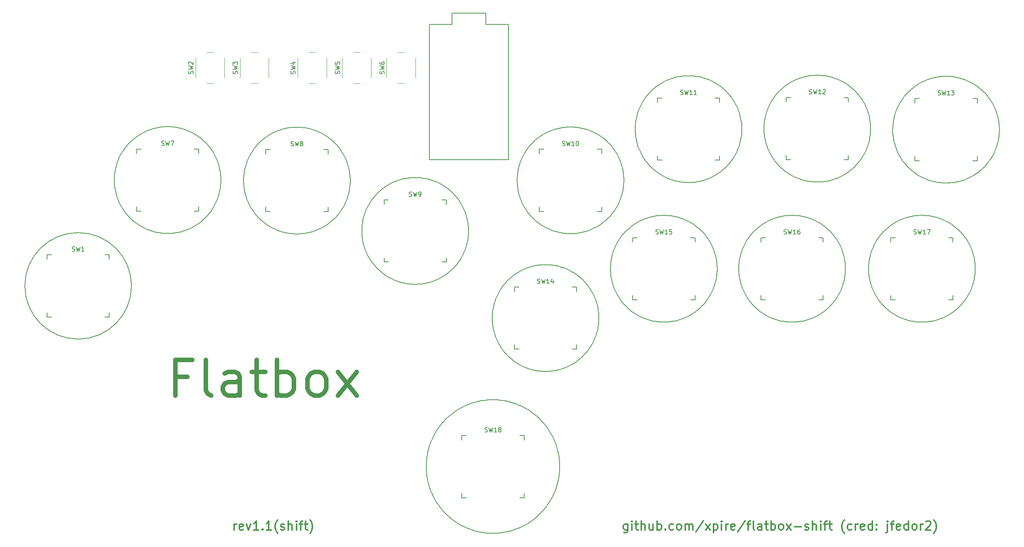
<source format=gto>
%TF.GenerationSoftware,KiCad,Pcbnew,(6.0.7)*%
%TF.CreationDate,2022-08-14T15:20:51+10:00*%
%TF.ProjectId,Flatbox-rev1_1,466c6174-626f-4782-9d72-6576315f312e,rev?*%
%TF.SameCoordinates,Original*%
%TF.FileFunction,Legend,Top*%
%TF.FilePolarity,Positive*%
%FSLAX46Y46*%
G04 Gerber Fmt 4.6, Leading zero omitted, Abs format (unit mm)*
G04 Created by KiCad (PCBNEW (6.0.7)) date 2022-08-14 15:20:51*
%MOMM*%
%LPD*%
G01*
G04 APERTURE LIST*
%ADD10C,0.200000*%
%ADD11C,0.300000*%
%ADD12C,1.000000*%
%ADD13C,0.150000*%
%ADD14C,0.120000*%
%ADD15R,1.600000X1.600000*%
%ADD16C,1.600000*%
%ADD17C,3.000000*%
%ADD18C,1.701800*%
%ADD19C,3.429000*%
%ADD20C,2.032000*%
%ADD21C,6.400000*%
%ADD22C,2.000000*%
G04 APERTURE END LIST*
D10*
X231013521Y-90015821D02*
X231020192Y-89613987D01*
X231040101Y-89214339D01*
X231073091Y-88817152D01*
X231119003Y-88422699D01*
X231177680Y-88031254D01*
X231248965Y-87643091D01*
X231332698Y-87258483D01*
X231428724Y-86877705D01*
X231536884Y-86501030D01*
X231657020Y-86128733D01*
X231788975Y-85761087D01*
X231932590Y-85398366D01*
X232087710Y-85040843D01*
X232254175Y-84688794D01*
X232431827Y-84342491D01*
X232620511Y-84002208D01*
X232820066Y-83668220D01*
X233030337Y-83340800D01*
X233251165Y-83020222D01*
X233482393Y-82706759D01*
X233723862Y-82400687D01*
X233975416Y-82102278D01*
X234236896Y-81811807D01*
X234508144Y-81529547D01*
X234789004Y-81255772D01*
X235079318Y-80990756D01*
X235378927Y-80734773D01*
X235687674Y-80488097D01*
X236005402Y-80251002D01*
X236331952Y-80023761D01*
X236667167Y-79806649D01*
X237010890Y-79599939D01*
X190942252Y-79599939D02*
X191285974Y-79806649D01*
X191621189Y-80023761D01*
X191947739Y-80251002D01*
X192265467Y-80488097D01*
X192574214Y-80734773D01*
X192873823Y-80990756D01*
X193164137Y-81255772D01*
X193444997Y-81529547D01*
X193716245Y-81811807D01*
X193977725Y-82102278D01*
X194229279Y-82400687D01*
X194470748Y-82706759D01*
X194701976Y-83020222D01*
X194922804Y-83340800D01*
X195133075Y-83668220D01*
X195332630Y-84002208D01*
X195521314Y-84342491D01*
X195698966Y-84688794D01*
X195865431Y-85040843D01*
X196020551Y-85398366D01*
X196164166Y-85761087D01*
X196296121Y-86128733D01*
X196416257Y-86501030D01*
X196524417Y-86877705D01*
X196620443Y-87258483D01*
X196704176Y-87643091D01*
X196775461Y-88031254D01*
X196834138Y-88422699D01*
X196880050Y-88817152D01*
X196913040Y-89214339D01*
X196932949Y-89613987D01*
X196939621Y-90015821D01*
X152340077Y-111547708D02*
X151996354Y-111340997D01*
X151661139Y-111123885D01*
X151334589Y-110896644D01*
X151016861Y-110659549D01*
X150708114Y-110412873D01*
X150408505Y-110156890D01*
X150118192Y-109891874D01*
X149837332Y-109618100D01*
X149566083Y-109335840D01*
X149304603Y-109045368D01*
X149053049Y-108746959D01*
X148811580Y-108440887D01*
X148580353Y-108127425D01*
X148359525Y-107806847D01*
X148149254Y-107479427D01*
X147949698Y-107145438D01*
X147761015Y-106805156D01*
X147583362Y-106458853D01*
X147416897Y-106106803D01*
X147261778Y-105749281D01*
X147118162Y-105386559D01*
X146986207Y-105018913D01*
X146866071Y-104646616D01*
X146757911Y-104269941D01*
X146661886Y-103889163D01*
X146578152Y-103504555D01*
X146506868Y-103116392D01*
X146448190Y-102724947D01*
X146402278Y-102330494D01*
X146369288Y-101933307D01*
X146349379Y-101533659D01*
X146342708Y-101131826D01*
X96405314Y-80564812D02*
X96061591Y-80358101D01*
X95726376Y-80140989D01*
X95399826Y-79913748D01*
X95082098Y-79676653D01*
X94773351Y-79429977D01*
X94473742Y-79173994D01*
X94183428Y-78908978D01*
X93902568Y-78635203D01*
X93631320Y-78352943D01*
X93369840Y-78062472D01*
X93118286Y-77764063D01*
X92876817Y-77457991D01*
X92645589Y-77144528D01*
X92424761Y-76823950D01*
X92214490Y-76496530D01*
X92014935Y-76162542D01*
X91826251Y-75822259D01*
X91648599Y-75475956D01*
X91482134Y-75123907D01*
X91327014Y-74766384D01*
X91183399Y-74403663D01*
X91051444Y-74036017D01*
X90931308Y-73663720D01*
X90823148Y-73287045D01*
X90727122Y-72906267D01*
X90643389Y-72521659D01*
X90572104Y-72133496D01*
X90513427Y-71742051D01*
X90467515Y-71347598D01*
X90434525Y-70950411D01*
X90414616Y-70550763D01*
X90407945Y-70148930D01*
X255002997Y-90015821D02*
X254996325Y-90417654D01*
X254976416Y-90817302D01*
X254943426Y-91214489D01*
X254897514Y-91608942D01*
X254838837Y-92000387D01*
X254767552Y-92388550D01*
X254683819Y-92773157D01*
X254587793Y-93153935D01*
X254479633Y-93530610D01*
X254359497Y-93902907D01*
X254227542Y-94270554D01*
X254083927Y-94633275D01*
X253928807Y-94990797D01*
X253762342Y-95342847D01*
X253584690Y-95689150D01*
X253396006Y-96029433D01*
X253196451Y-96363421D01*
X252986180Y-96690841D01*
X252765352Y-97011419D01*
X252534124Y-97324881D01*
X252292655Y-97630954D01*
X252041101Y-97929363D01*
X251779621Y-98219834D01*
X251508373Y-98502094D01*
X251227513Y-98775869D01*
X250937199Y-99040885D01*
X250637590Y-99296867D01*
X250328843Y-99543543D01*
X250011115Y-99780639D01*
X249684565Y-100007880D01*
X249349350Y-100224992D01*
X249005628Y-100431703D01*
X225472798Y-68857539D02*
X225122403Y-69052662D01*
X224767279Y-69235197D01*
X224407739Y-69405143D01*
X224044099Y-69562501D01*
X223676675Y-69707270D01*
X223305782Y-69839450D01*
X222931734Y-69959042D01*
X222554849Y-70066046D01*
X222175440Y-70160460D01*
X221793824Y-70242286D01*
X221410316Y-70311524D01*
X221025231Y-70368172D01*
X220638884Y-70412232D01*
X220251591Y-70443704D01*
X219863667Y-70462587D01*
X219475429Y-70468881D01*
X219087190Y-70462587D01*
X218699266Y-70443704D01*
X218311973Y-70412232D01*
X217925626Y-70368172D01*
X217540541Y-70311524D01*
X217157033Y-70242286D01*
X216775417Y-70160460D01*
X216396008Y-70066046D01*
X216019123Y-69959042D01*
X215645075Y-69839450D01*
X215274182Y-69707270D01*
X214906758Y-69562501D01*
X214543118Y-69405143D01*
X214183578Y-69235197D01*
X213828454Y-69052662D01*
X213478060Y-68857539D01*
X139001345Y-147627812D02*
X138571365Y-147369227D01*
X138152027Y-147097630D01*
X137743529Y-146813364D01*
X137346068Y-146516769D01*
X136959841Y-146208190D01*
X136585045Y-145887968D01*
X136221877Y-145556447D01*
X135870536Y-145213968D01*
X135531217Y-144860875D01*
X135204118Y-144497510D01*
X134889438Y-144124215D01*
X134587372Y-143741334D01*
X134298117Y-143349208D01*
X134021873Y-142948181D01*
X133758835Y-142538595D01*
X133509200Y-142120793D01*
X133273167Y-141695116D01*
X133050932Y-141261908D01*
X132842693Y-140821512D01*
X132648647Y-140374269D01*
X132468991Y-139920523D01*
X132303922Y-139460616D01*
X132153637Y-138994891D01*
X132018335Y-138523690D01*
X131898212Y-138047355D01*
X131793465Y-137566231D01*
X131704292Y-137080658D01*
X131630890Y-136590980D01*
X131573456Y-136097539D01*
X131532188Y-135600677D01*
X131507282Y-135100738D01*
X131498937Y-134598065D01*
X184505523Y-48144036D02*
X184855917Y-47948912D01*
X185211041Y-47766377D01*
X185570581Y-47596431D01*
X185934221Y-47439073D01*
X186301645Y-47294304D01*
X186672538Y-47162124D01*
X187046586Y-47042532D01*
X187423471Y-46935529D01*
X187802880Y-46841114D01*
X188184496Y-46759288D01*
X188568004Y-46690051D01*
X188953089Y-46633402D01*
X189339436Y-46589342D01*
X189726729Y-46557871D01*
X190114653Y-46538988D01*
X190502892Y-46532694D01*
X190891130Y-46538988D01*
X191279054Y-46557871D01*
X191666347Y-46589342D01*
X192052694Y-46633402D01*
X192437779Y-46690051D01*
X192821287Y-46759288D01*
X193202903Y-46841114D01*
X193582312Y-46935529D01*
X193959197Y-47042532D01*
X194333245Y-47162124D01*
X194704138Y-47294304D01*
X195071562Y-47439073D01*
X195435202Y-47596431D01*
X195794742Y-47766377D01*
X196149866Y-47948912D01*
X196500261Y-48144036D01*
X254445329Y-48262284D02*
X254789051Y-48468994D01*
X255124266Y-48686106D01*
X255450816Y-48913347D01*
X255768544Y-49150443D01*
X256077291Y-49397119D01*
X256376900Y-49653101D01*
X256667214Y-49918117D01*
X256948074Y-50191892D01*
X257219322Y-50474152D01*
X257480802Y-50764623D01*
X257732356Y-51063032D01*
X257973825Y-51369105D01*
X258205053Y-51682567D01*
X258425881Y-52003145D01*
X258636152Y-52330565D01*
X258835707Y-52664554D01*
X259024391Y-53004836D01*
X259202043Y-53351139D01*
X259368508Y-53703189D01*
X259523628Y-54060711D01*
X259667243Y-54423432D01*
X259799198Y-54791079D01*
X259919334Y-55163376D01*
X260027494Y-55540051D01*
X260123520Y-55920829D01*
X260207253Y-56305436D01*
X260278538Y-56693599D01*
X260337215Y-57085044D01*
X260383127Y-57479497D01*
X260416117Y-57876684D01*
X260436026Y-58276332D01*
X260442698Y-58678166D01*
X139001345Y-121568318D02*
X139439670Y-121324228D01*
X139883913Y-121095886D01*
X140333679Y-120883291D01*
X140788574Y-120686445D01*
X141248204Y-120505346D01*
X141712173Y-120339995D01*
X142180087Y-120190391D01*
X142651552Y-120056536D01*
X143126173Y-119938428D01*
X143603555Y-119836068D01*
X144083305Y-119749455D01*
X144565028Y-119678590D01*
X145048328Y-119623473D01*
X145532812Y-119584104D01*
X146018085Y-119560482D01*
X146503753Y-119552609D01*
X146989420Y-119560482D01*
X147474693Y-119584104D01*
X147959177Y-119623473D01*
X148442477Y-119678590D01*
X148924200Y-119749455D01*
X149403950Y-119836068D01*
X149881332Y-119938428D01*
X150355953Y-120056536D01*
X150827418Y-120190391D01*
X151295332Y-120339995D01*
X151759301Y-120505346D01*
X152218931Y-120686445D01*
X152673826Y-120883291D01*
X153123592Y-121095886D01*
X153567835Y-121324228D01*
X154006161Y-121568318D01*
X248447960Y-70705390D02*
X247830712Y-70689740D01*
X247221567Y-70643294D01*
X246621279Y-70566809D01*
X246030602Y-70461039D01*
X245450288Y-70326741D01*
X244881092Y-70164669D01*
X244323767Y-69975581D01*
X243779067Y-69760231D01*
X243247745Y-69519375D01*
X242730556Y-69253768D01*
X242228252Y-68964168D01*
X241741588Y-68651328D01*
X241271317Y-68316006D01*
X240818193Y-67958956D01*
X240382969Y-67580935D01*
X239966400Y-67182697D01*
X239569238Y-66764999D01*
X239192237Y-66328597D01*
X238836152Y-65874245D01*
X238501735Y-65402701D01*
X238189741Y-64914718D01*
X237900922Y-64411054D01*
X237636033Y-63892464D01*
X237395828Y-63359704D01*
X237181060Y-62813528D01*
X236992482Y-62254694D01*
X236830848Y-61683956D01*
X236696912Y-61102071D01*
X236591428Y-60509793D01*
X236515149Y-59907879D01*
X236468829Y-59297085D01*
X236453222Y-58678166D01*
X79309246Y-80446562D02*
X78958852Y-80641685D01*
X78603727Y-80824220D01*
X78244187Y-80994166D01*
X77880547Y-81151524D01*
X77513123Y-81296293D01*
X77142230Y-81428473D01*
X76768183Y-81548065D01*
X76391297Y-81655069D01*
X76011889Y-81749483D01*
X75630273Y-81831309D01*
X75246764Y-81900547D01*
X74861679Y-81957195D01*
X74475332Y-82001255D01*
X74088040Y-82032727D01*
X73700116Y-82051610D01*
X73311877Y-82057904D01*
X72923638Y-82051610D01*
X72535714Y-82032727D01*
X72148422Y-82001255D01*
X71762075Y-81957195D01*
X71376990Y-81900547D01*
X70993481Y-81831309D01*
X70611865Y-81749483D01*
X70232457Y-81655069D01*
X69855571Y-81548065D01*
X69481524Y-81428473D01*
X69110631Y-81296293D01*
X68743207Y-81151524D01*
X68379567Y-80994166D01*
X68020027Y-80824220D01*
X67664902Y-80641685D01*
X67314509Y-80446562D01*
X157953284Y-80509268D02*
X157609561Y-80302557D01*
X157274346Y-80085445D01*
X156947796Y-79858204D01*
X156630068Y-79621109D01*
X156321321Y-79374433D01*
X156021712Y-79118450D01*
X155731398Y-78853434D01*
X155450538Y-78579659D01*
X155179290Y-78297399D01*
X154917810Y-78006928D01*
X154666256Y-77708519D01*
X154424787Y-77402447D01*
X154193559Y-77088984D01*
X153972731Y-76768406D01*
X153762460Y-76440986D01*
X153562905Y-76106998D01*
X153374221Y-75766715D01*
X153196569Y-75420412D01*
X153030104Y-75068363D01*
X152874984Y-74710840D01*
X152731369Y-74348119D01*
X152599414Y-73980473D01*
X152479278Y-73608176D01*
X152371118Y-73231501D01*
X152275092Y-72850723D01*
X152191359Y-72466115D01*
X152120074Y-72077952D01*
X152061397Y-71686507D01*
X152015485Y-71292054D01*
X151982495Y-70894867D01*
X151962586Y-70495219D01*
X151955915Y-70093386D01*
X169948022Y-80509268D02*
X169597627Y-80704391D01*
X169242503Y-80886926D01*
X168882963Y-81056872D01*
X168519323Y-81214230D01*
X168151899Y-81358999D01*
X167781006Y-81491179D01*
X167406958Y-81610771D01*
X167030073Y-81717775D01*
X166650664Y-81812189D01*
X166269048Y-81894015D01*
X165885540Y-81963253D01*
X165500455Y-82019901D01*
X165114108Y-82063961D01*
X164726815Y-82095433D01*
X164338891Y-82114316D01*
X163950653Y-82120610D01*
X163562414Y-82114316D01*
X163174490Y-82095433D01*
X162787197Y-82063961D01*
X162400850Y-82019901D01*
X162015765Y-81963253D01*
X161632257Y-81894015D01*
X161250641Y-81812189D01*
X160871232Y-81717775D01*
X160494347Y-81610771D01*
X160120299Y-81491179D01*
X159749406Y-81358999D01*
X159381982Y-81214230D01*
X159018342Y-81056872D01*
X158658802Y-80886926D01*
X158303678Y-80704391D01*
X157953284Y-80509268D01*
X225793899Y-90015821D02*
X225787227Y-90417654D01*
X225767318Y-90817302D01*
X225734328Y-91214489D01*
X225688416Y-91608942D01*
X225629739Y-92000387D01*
X225558454Y-92388550D01*
X225474721Y-92773157D01*
X225378695Y-93153935D01*
X225270535Y-93530610D01*
X225150399Y-93902907D01*
X225018444Y-94270554D01*
X224874829Y-94633275D01*
X224719709Y-94990797D01*
X224553244Y-95342847D01*
X224375592Y-95689150D01*
X224186908Y-96029433D01*
X223987353Y-96363421D01*
X223777082Y-96690841D01*
X223556254Y-97011419D01*
X223325026Y-97324881D01*
X223083557Y-97630954D01*
X222832003Y-97929363D01*
X222570523Y-98219834D01*
X222299275Y-98502094D01*
X222018415Y-98775869D01*
X221728101Y-99040885D01*
X221428492Y-99296867D01*
X221119745Y-99543543D01*
X220802017Y-99780639D01*
X220475467Y-100007880D01*
X220140252Y-100224992D01*
X219796530Y-100431703D01*
X90407945Y-70148930D02*
X90414616Y-69747096D01*
X90434525Y-69347448D01*
X90467515Y-68950261D01*
X90513427Y-68555808D01*
X90572104Y-68164363D01*
X90643389Y-67776200D01*
X90727122Y-67391593D01*
X90823148Y-67010815D01*
X90931308Y-66634140D01*
X91051444Y-66261843D01*
X91183399Y-65894196D01*
X91327014Y-65531475D01*
X91482134Y-65173953D01*
X91648599Y-64821903D01*
X91826251Y-64475600D01*
X92014935Y-64135318D01*
X92214490Y-63801329D01*
X92424761Y-63473909D01*
X92645589Y-63153331D01*
X92876817Y-62839869D01*
X93118286Y-62533796D01*
X93369840Y-62235387D01*
X93631320Y-61944916D01*
X93902568Y-61662656D01*
X94183428Y-61388881D01*
X94473742Y-61123865D01*
X94773351Y-60867883D01*
X95082098Y-60621207D01*
X95399826Y-60384111D01*
X95726376Y-60156870D01*
X96061591Y-59939758D01*
X96405314Y-59733048D01*
X207801792Y-100431703D02*
X207458069Y-100224992D01*
X207122854Y-100007880D01*
X206796304Y-99780639D01*
X206478576Y-99543543D01*
X206169829Y-99296867D01*
X205870220Y-99040885D01*
X205579907Y-98775869D01*
X205299047Y-98502094D01*
X205027798Y-98219834D01*
X204766318Y-97929363D01*
X204514764Y-97630954D01*
X204273295Y-97324881D01*
X204042068Y-97011419D01*
X203821240Y-96690841D01*
X203610969Y-96363421D01*
X203411413Y-96029433D01*
X203222730Y-95689150D01*
X203045077Y-95342847D01*
X202878612Y-94990797D01*
X202723493Y-94633275D01*
X202579877Y-94270554D01*
X202447922Y-93902907D01*
X202327786Y-93530610D01*
X202219626Y-93153935D01*
X202123601Y-92773157D01*
X202039867Y-92388550D01*
X201968583Y-92000387D01*
X201909905Y-91608942D01*
X201863993Y-91214489D01*
X201831003Y-90817302D01*
X201811094Y-90417654D01*
X201804423Y-90015821D01*
X67314509Y-59614798D02*
X67664902Y-59419674D01*
X68020027Y-59237139D01*
X68379567Y-59067193D01*
X68743207Y-58909835D01*
X69110631Y-58765066D01*
X69481524Y-58632886D01*
X69855571Y-58513294D01*
X70232457Y-58406290D01*
X70611865Y-58311876D01*
X70993481Y-58230050D01*
X71376990Y-58160812D01*
X71762075Y-58104164D01*
X72148422Y-58060104D01*
X72535714Y-58028632D01*
X72923638Y-58009749D01*
X73311877Y-58003455D01*
X73700116Y-58009749D01*
X74088040Y-58028632D01*
X74475332Y-58060104D01*
X74861679Y-58104164D01*
X75246764Y-58160812D01*
X75630273Y-58230050D01*
X76011889Y-58311876D01*
X76391297Y-58406290D01*
X76768183Y-58513294D01*
X77142230Y-58632886D01*
X77513123Y-58765066D01*
X77880547Y-58909835D01*
X78244187Y-59067193D01*
X78603727Y-59237139D01*
X78958852Y-59419674D01*
X79309246Y-59614798D01*
X170332184Y-101131826D02*
X170325512Y-101533659D01*
X170305603Y-101933307D01*
X170272613Y-102330494D01*
X170226701Y-102724947D01*
X170168024Y-103116392D01*
X170096739Y-103504555D01*
X170013006Y-103889163D01*
X169916980Y-104269941D01*
X169808820Y-104646616D01*
X169688684Y-105018913D01*
X169556729Y-105386559D01*
X169413114Y-105749281D01*
X169257994Y-106106803D01*
X169091529Y-106458853D01*
X168913877Y-106805156D01*
X168725193Y-107145438D01*
X168525638Y-107479427D01*
X168315367Y-107806847D01*
X168094539Y-108127425D01*
X167863311Y-108440887D01*
X167621842Y-108746959D01*
X167370288Y-109045368D01*
X167108808Y-109335840D01*
X166837560Y-109618100D01*
X166556700Y-109891874D01*
X166266386Y-110156890D01*
X165966777Y-110412873D01*
X165658030Y-110659549D01*
X165340302Y-110896644D01*
X165013752Y-111123885D01*
X164678537Y-111340997D01*
X164334815Y-111547708D01*
X213478060Y-48025776D02*
X213828454Y-47830652D01*
X214183578Y-47648117D01*
X214543118Y-47478171D01*
X214906758Y-47320813D01*
X215274182Y-47176044D01*
X215645075Y-47043864D01*
X216019123Y-46924272D01*
X216396008Y-46817268D01*
X216775417Y-46722854D01*
X217157033Y-46641028D01*
X217540541Y-46571790D01*
X217925626Y-46515142D01*
X218311973Y-46471082D01*
X218699266Y-46439610D01*
X219087190Y-46420727D01*
X219475429Y-46414433D01*
X219863667Y-46420727D01*
X220251591Y-46439610D01*
X220638884Y-46471082D01*
X221025231Y-46515142D01*
X221410316Y-46571790D01*
X221793824Y-46641028D01*
X222175440Y-46722854D01*
X222554849Y-46817268D01*
X222931734Y-46924272D01*
X223305782Y-47043864D01*
X223676675Y-47176044D01*
X224044099Y-47320813D01*
X224407739Y-47478171D01*
X224767279Y-47648117D01*
X225122403Y-47830652D01*
X225472798Y-48025776D01*
X196500261Y-68975800D02*
X196149866Y-69170923D01*
X195794742Y-69353458D01*
X195435202Y-69523404D01*
X195071562Y-69680762D01*
X194704138Y-69825531D01*
X194333245Y-69957711D01*
X193959197Y-70077303D01*
X193582312Y-70184307D01*
X193202903Y-70278721D01*
X192821287Y-70360547D01*
X192437779Y-70429785D01*
X192052694Y-70486433D01*
X191666347Y-70530493D01*
X191279054Y-70561965D01*
X190891130Y-70580848D01*
X190502892Y-70587142D01*
X190114653Y-70580848D01*
X189726729Y-70561965D01*
X189339436Y-70530493D01*
X188953089Y-70486433D01*
X188568004Y-70429785D01*
X188184496Y-70360547D01*
X187802880Y-70278721D01*
X187423471Y-70184307D01*
X187046586Y-70077303D01*
X186672538Y-69957711D01*
X186301645Y-69825531D01*
X185934221Y-69680762D01*
X185570581Y-69523404D01*
X185211041Y-69353458D01*
X184855917Y-69170923D01*
X184505523Y-68975800D01*
X202497630Y-58559918D02*
X202497630Y-58559918D01*
X108400052Y-80564812D02*
X108049657Y-80759935D01*
X107694533Y-80942470D01*
X107334993Y-81112416D01*
X106971353Y-81269774D01*
X106603929Y-81414543D01*
X106233036Y-81546723D01*
X105858988Y-81666315D01*
X105482103Y-81773319D01*
X105102694Y-81867733D01*
X104721078Y-81949559D01*
X104337570Y-82018797D01*
X103952485Y-82075445D01*
X103566138Y-82119505D01*
X103178845Y-82150977D01*
X102790921Y-82169860D01*
X102402683Y-82176154D01*
X102014444Y-82169860D01*
X101626520Y-82150977D01*
X101239227Y-82119505D01*
X100852880Y-82075445D01*
X100467795Y-82018797D01*
X100084287Y-81949559D01*
X99702671Y-81867733D01*
X99323262Y-81773319D01*
X98946377Y-81666315D01*
X98572329Y-81546723D01*
X98201436Y-81414543D01*
X97834012Y-81269774D01*
X97470372Y-81112416D01*
X97110832Y-80942470D01*
X96755708Y-80759935D01*
X96405314Y-80564812D01*
X225472798Y-48025776D02*
X225816520Y-48232486D01*
X226151735Y-48449598D01*
X226478285Y-48676839D01*
X226796013Y-48913934D01*
X227104760Y-49160610D01*
X227404369Y-49416593D01*
X227694683Y-49681609D01*
X227975543Y-49955383D01*
X228246791Y-50237643D01*
X228508271Y-50528115D01*
X228759825Y-50826524D01*
X229001294Y-51132596D01*
X229232522Y-51446058D01*
X229453350Y-51766636D01*
X229663621Y-52094056D01*
X229863176Y-52428045D01*
X230051860Y-52768327D01*
X230229512Y-53114630D01*
X230395977Y-53466680D01*
X230551097Y-53824202D01*
X230694712Y-54186924D01*
X230826667Y-54554570D01*
X230946803Y-54926867D01*
X231054963Y-55303542D01*
X231150989Y-55684320D01*
X231234722Y-56068928D01*
X231306007Y-56457091D01*
X231364684Y-56848536D01*
X231410596Y-57242989D01*
X231443586Y-57640176D01*
X231463495Y-58039824D01*
X231470167Y-58441658D01*
X154006161Y-147627812D02*
X153567835Y-147871901D01*
X153123592Y-148100243D01*
X152673826Y-148312838D01*
X152218931Y-148509684D01*
X151759301Y-148690783D01*
X151295332Y-148856134D01*
X150827418Y-149005738D01*
X150355953Y-149139593D01*
X149881332Y-149257701D01*
X149403950Y-149360061D01*
X148924200Y-149446674D01*
X148442477Y-149517539D01*
X147959177Y-149572656D01*
X147474693Y-149612025D01*
X146989420Y-149635647D01*
X146503753Y-149643521D01*
X146018085Y-149635647D01*
X145532812Y-149612025D01*
X145048328Y-149572656D01*
X144565028Y-149517539D01*
X144083305Y-149446674D01*
X143603555Y-149360061D01*
X143126173Y-149257701D01*
X142651552Y-149139593D01*
X142180087Y-149005738D01*
X141712173Y-148856134D01*
X141248204Y-148690783D01*
X140788574Y-148509684D01*
X140333679Y-148312838D01*
X139883913Y-148100243D01*
X139439670Y-147871901D01*
X139001345Y-147627812D01*
X164334815Y-90715946D02*
X164678537Y-90922656D01*
X165013752Y-91139768D01*
X165340302Y-91367009D01*
X165658030Y-91604104D01*
X165966777Y-91850780D01*
X166266386Y-92106762D01*
X166556700Y-92371778D01*
X166837560Y-92645553D01*
X167108808Y-92927813D01*
X167370288Y-93218284D01*
X167621842Y-93516693D01*
X167863311Y-93822765D01*
X168094539Y-94136227D01*
X168315367Y-94456805D01*
X168525638Y-94784225D01*
X168725193Y-95118214D01*
X168913877Y-95458496D01*
X169091529Y-95804799D01*
X169257994Y-96156849D01*
X169413114Y-96514371D01*
X169556729Y-96877092D01*
X169688684Y-97244739D01*
X169808820Y-97617036D01*
X169916980Y-97993711D01*
X170013006Y-98374489D01*
X170096739Y-98759096D01*
X170168024Y-99147259D01*
X170226701Y-99538704D01*
X170272613Y-99933157D01*
X170305603Y-100330344D01*
X170325512Y-100729992D01*
X170332184Y-101131826D01*
X201804423Y-90015821D02*
X201811094Y-89613987D01*
X201831003Y-89214339D01*
X201863993Y-88817152D01*
X201909905Y-88422699D01*
X201968583Y-88031254D01*
X202039867Y-87643091D01*
X202123601Y-87258483D01*
X202219626Y-86877705D01*
X202327786Y-86501030D01*
X202447922Y-86128733D01*
X202579877Y-85761087D01*
X202723493Y-85398366D01*
X202878612Y-85040843D01*
X203045077Y-84688794D01*
X203222730Y-84342491D01*
X203411413Y-84002208D01*
X203610969Y-83668220D01*
X203821240Y-83340800D01*
X204042068Y-83020222D01*
X204273295Y-82706759D01*
X204514764Y-82400687D01*
X204766318Y-82102278D01*
X205027798Y-81811807D01*
X205299047Y-81529547D01*
X205579907Y-81255772D01*
X205870220Y-80990756D01*
X206169829Y-80734773D01*
X206478576Y-80488097D01*
X206796304Y-80251002D01*
X207122854Y-80023761D01*
X207458069Y-79806649D01*
X207801792Y-79599939D01*
X67314509Y-80446562D02*
X66970786Y-80239851D01*
X66635571Y-80022739D01*
X66309021Y-79795498D01*
X65991293Y-79558402D01*
X65682546Y-79311726D01*
X65382937Y-79055744D01*
X65092623Y-78790728D01*
X64811763Y-78516953D01*
X64540515Y-78234693D01*
X64279035Y-77944222D01*
X64027481Y-77645813D01*
X63786012Y-77339740D01*
X63554784Y-77026278D01*
X63333956Y-76705700D01*
X63123685Y-76378280D01*
X62924130Y-76044292D01*
X62735446Y-75704009D01*
X62557794Y-75357706D01*
X62391329Y-75005656D01*
X62236209Y-74648134D01*
X62092594Y-74285413D01*
X61960639Y-73917766D01*
X61840503Y-73545469D01*
X61732343Y-73168794D01*
X61636317Y-72788016D01*
X61552584Y-72403409D01*
X61481299Y-72015246D01*
X61422622Y-71623801D01*
X61376710Y-71229348D01*
X61343720Y-70832161D01*
X61323811Y-70432513D01*
X61317140Y-70030680D01*
X172950145Y-90015821D02*
X172956816Y-89613987D01*
X172976725Y-89214339D01*
X173009715Y-88817152D01*
X173055627Y-88422699D01*
X173114304Y-88031254D01*
X173185589Y-87643091D01*
X173269322Y-87258483D01*
X173365348Y-86877705D01*
X173473508Y-86501030D01*
X173593644Y-86128733D01*
X173725599Y-85761087D01*
X173869214Y-85398366D01*
X174024334Y-85040843D01*
X174190799Y-84688794D01*
X174368451Y-84342491D01*
X174557135Y-84002208D01*
X174756690Y-83668220D01*
X174966961Y-83340800D01*
X175187789Y-83020222D01*
X175419017Y-82706759D01*
X175660486Y-82400687D01*
X175912040Y-82102278D01*
X176173520Y-81811807D01*
X176444768Y-81529547D01*
X176725628Y-81255772D01*
X177015942Y-80990756D01*
X177315551Y-80734773D01*
X177624298Y-80488097D01*
X177942026Y-80251002D01*
X178268576Y-80023761D01*
X178603791Y-79806649D01*
X178947514Y-79599939D01*
X161508569Y-134598065D02*
X161500223Y-135100738D01*
X161475317Y-135600677D01*
X161434049Y-136097539D01*
X161376615Y-136590980D01*
X161303213Y-137080658D01*
X161214040Y-137566231D01*
X161109293Y-138047355D01*
X160989170Y-138523690D01*
X160853867Y-138994891D01*
X160703583Y-139460616D01*
X160538514Y-139920523D01*
X160358858Y-140374269D01*
X160164812Y-140821512D01*
X159956572Y-141261908D01*
X159734337Y-141695116D01*
X159498304Y-142120793D01*
X159248670Y-142538595D01*
X158985632Y-142948181D01*
X158709387Y-143349208D01*
X158420133Y-143741334D01*
X158118067Y-144124215D01*
X157803386Y-144497510D01*
X157476288Y-144860875D01*
X157136969Y-145213968D01*
X156785627Y-145556447D01*
X156422460Y-145887968D01*
X156047664Y-146208190D01*
X155661437Y-146516769D01*
X155263975Y-146813364D01*
X154855477Y-147097630D01*
X154436140Y-147369227D01*
X154006161Y-147627812D01*
X123012766Y-91917324D02*
X122669043Y-91710613D01*
X122333828Y-91493501D01*
X122007278Y-91266260D01*
X121689550Y-91029164D01*
X121380803Y-90782488D01*
X121081194Y-90526506D01*
X120790881Y-90261490D01*
X120510021Y-89987715D01*
X120238772Y-89705455D01*
X119977292Y-89414984D01*
X119725739Y-89116575D01*
X119484269Y-88810502D01*
X119253042Y-88497040D01*
X119032214Y-88176462D01*
X118821943Y-87849042D01*
X118622388Y-87515054D01*
X118433704Y-87174771D01*
X118256051Y-86828468D01*
X118089587Y-86476418D01*
X117934467Y-86118896D01*
X117790852Y-85756175D01*
X117658897Y-85388528D01*
X117538761Y-85016231D01*
X117430601Y-84639556D01*
X117334575Y-84258778D01*
X117250842Y-83874171D01*
X117179557Y-83486008D01*
X117120880Y-83094563D01*
X117074968Y-82700110D01*
X117041978Y-82302923D01*
X117022069Y-81903275D01*
X117015398Y-81501442D01*
X225793899Y-90015821D02*
X225793899Y-90015821D01*
X117015398Y-81501442D02*
X117022069Y-81099608D01*
X117041978Y-80699960D01*
X117074968Y-80302773D01*
X117120880Y-79908320D01*
X117179557Y-79516875D01*
X117250842Y-79128712D01*
X117334575Y-78744104D01*
X117430601Y-78363326D01*
X117538761Y-77986651D01*
X117658897Y-77614354D01*
X117790852Y-77246708D01*
X117934467Y-76883987D01*
X118089587Y-76526464D01*
X118256051Y-76174415D01*
X118433704Y-75828112D01*
X118622388Y-75487829D01*
X118821943Y-75153841D01*
X119032214Y-74826421D01*
X119253042Y-74505843D01*
X119484269Y-74192380D01*
X119725739Y-73886308D01*
X119977292Y-73587899D01*
X120238772Y-73297428D01*
X120510021Y-73015168D01*
X120790881Y-72741393D01*
X121081194Y-72476377D01*
X121380803Y-72220394D01*
X121689550Y-71973718D01*
X122007278Y-71736623D01*
X122333828Y-71509382D01*
X122669043Y-71292270D01*
X123012766Y-71085560D01*
X231470167Y-58441658D02*
X231470167Y-58441658D01*
X96405314Y-59733048D02*
X96755708Y-59537924D01*
X97110832Y-59355389D01*
X97470372Y-59185443D01*
X97834012Y-59028085D01*
X98201436Y-58883316D01*
X98572329Y-58751136D01*
X98946377Y-58631544D01*
X99323262Y-58524541D01*
X99702671Y-58430126D01*
X100084287Y-58348300D01*
X100467795Y-58279063D01*
X100852880Y-58222414D01*
X101239227Y-58178354D01*
X101626520Y-58146883D01*
X102014444Y-58128000D01*
X102402683Y-58121706D01*
X102790921Y-58128000D01*
X103178845Y-58146883D01*
X103566138Y-58178354D01*
X103952485Y-58222414D01*
X104337570Y-58279063D01*
X104721078Y-58348300D01*
X105102694Y-58430126D01*
X105482103Y-58524541D01*
X105858988Y-58631544D01*
X106233036Y-58751136D01*
X106603929Y-58883316D01*
X106971353Y-59028085D01*
X107334993Y-59185443D01*
X107694533Y-59355389D01*
X108049657Y-59537924D01*
X108400052Y-59733048D01*
X65187600Y-93878400D02*
G75*
G03*
X65187600Y-93878400I-12000000J0D01*
G01*
X249005628Y-100431703D02*
X248655233Y-100626826D01*
X248300109Y-100809361D01*
X247940569Y-100979307D01*
X247576929Y-101136665D01*
X247209505Y-101281434D01*
X246838612Y-101413614D01*
X246464564Y-101533206D01*
X246087679Y-101640209D01*
X245708270Y-101734624D01*
X245326654Y-101816450D01*
X244943146Y-101885687D01*
X244558061Y-101942336D01*
X244171714Y-101986396D01*
X243784421Y-102017867D01*
X243396497Y-102036750D01*
X243008259Y-102043045D01*
X242620020Y-102036750D01*
X242232096Y-102017867D01*
X241844803Y-101986396D01*
X241458456Y-101942336D01*
X241073371Y-101885687D01*
X240689863Y-101816450D01*
X240308247Y-101734624D01*
X239928838Y-101640209D01*
X239551953Y-101533206D01*
X239177905Y-101413614D01*
X238807012Y-101281434D01*
X238439588Y-101136665D01*
X238075948Y-100979307D01*
X237716408Y-100809361D01*
X237361284Y-100626826D01*
X237010890Y-100431703D01*
X196939621Y-90015821D02*
X196932949Y-90417654D01*
X196913040Y-90817302D01*
X196880050Y-91214489D01*
X196834138Y-91608942D01*
X196775461Y-92000387D01*
X196704176Y-92388550D01*
X196620443Y-92773157D01*
X196524417Y-93153935D01*
X196416257Y-93530610D01*
X196296121Y-93902907D01*
X196164166Y-94270554D01*
X196020551Y-94633275D01*
X195865431Y-94990797D01*
X195698966Y-95342847D01*
X195521314Y-95689150D01*
X195332630Y-96029433D01*
X195133075Y-96363421D01*
X194922804Y-96690841D01*
X194701976Y-97011419D01*
X194470748Y-97324881D01*
X194229279Y-97630954D01*
X193977725Y-97929363D01*
X193716245Y-98219834D01*
X193444997Y-98502094D01*
X193164137Y-98775869D01*
X192873823Y-99040885D01*
X192574214Y-99296867D01*
X192265467Y-99543543D01*
X191947739Y-99780639D01*
X191621189Y-100007880D01*
X191285974Y-100224992D01*
X190942252Y-100431703D01*
X152340077Y-90715946D02*
X152690471Y-90520822D01*
X153045595Y-90338287D01*
X153405135Y-90168340D01*
X153768775Y-90010983D01*
X154136199Y-89866214D01*
X154507092Y-89734033D01*
X154881140Y-89614441D01*
X155258025Y-89507438D01*
X155637434Y-89413023D01*
X156019050Y-89331197D01*
X156402558Y-89261960D01*
X156787643Y-89205311D01*
X157173990Y-89161251D01*
X157561283Y-89129779D01*
X157949207Y-89110896D01*
X158337446Y-89104602D01*
X158725684Y-89110896D01*
X159113608Y-89129779D01*
X159500901Y-89161251D01*
X159887248Y-89205311D01*
X160272333Y-89261960D01*
X160655841Y-89331197D01*
X161037457Y-89413023D01*
X161416866Y-89507438D01*
X161793751Y-89614441D01*
X162167799Y-89734033D01*
X162538692Y-89866214D01*
X162906116Y-90010983D01*
X163269756Y-90168340D01*
X163629296Y-90338287D01*
X163984420Y-90520822D01*
X164334815Y-90715946D01*
X135007504Y-71085560D02*
X135351226Y-71292270D01*
X135686441Y-71509382D01*
X136012991Y-71736623D01*
X136330719Y-71973718D01*
X136639466Y-72220394D01*
X136939075Y-72476377D01*
X137229389Y-72741393D01*
X137510249Y-73015168D01*
X137781497Y-73297428D01*
X138042977Y-73587899D01*
X138294531Y-73886308D01*
X138536000Y-74192380D01*
X138767228Y-74505843D01*
X138988056Y-74826421D01*
X139198327Y-75153841D01*
X139397882Y-75487829D01*
X139586566Y-75828112D01*
X139764218Y-76174415D01*
X139930683Y-76526464D01*
X140085803Y-76883987D01*
X140229418Y-77246708D01*
X140361373Y-77614354D01*
X140481509Y-77986651D01*
X140589669Y-78363326D01*
X140685695Y-78744104D01*
X140769428Y-79128712D01*
X140840713Y-79516875D01*
X140899390Y-79908320D01*
X140945302Y-80302773D01*
X140978292Y-80699960D01*
X140998201Y-81099608D01*
X141004873Y-81501442D01*
X175945391Y-70093386D02*
X175945391Y-70093386D01*
X242450591Y-48262284D02*
X242800985Y-48067160D01*
X243156109Y-47884625D01*
X243515649Y-47714679D01*
X243879289Y-47557321D01*
X244246713Y-47412552D01*
X244617606Y-47280372D01*
X244991654Y-47160780D01*
X245368539Y-47053776D01*
X245747948Y-46959362D01*
X246129564Y-46877536D01*
X246513072Y-46808298D01*
X246898157Y-46751650D01*
X247284504Y-46707590D01*
X247671797Y-46676118D01*
X248059721Y-46657235D01*
X248447960Y-46650941D01*
X248836198Y-46657235D01*
X249224122Y-46676118D01*
X249611415Y-46707590D01*
X249997762Y-46751650D01*
X250382847Y-46808298D01*
X250766355Y-46877536D01*
X251147971Y-46959362D01*
X251527380Y-47053776D01*
X251904265Y-47160780D01*
X252278313Y-47280372D01*
X252649206Y-47412552D01*
X253016630Y-47557321D01*
X253380270Y-47714679D01*
X253739810Y-47884625D01*
X254094934Y-48067160D01*
X254445329Y-48262284D01*
X207480691Y-58441658D02*
X207487362Y-58039824D01*
X207507271Y-57640176D01*
X207540261Y-57242989D01*
X207586173Y-56848536D01*
X207644850Y-56457091D01*
X207716135Y-56068928D01*
X207799868Y-55684320D01*
X207895894Y-55303542D01*
X208004054Y-54926867D01*
X208124190Y-54554570D01*
X208256145Y-54186924D01*
X208399760Y-53824202D01*
X208554880Y-53466680D01*
X208721345Y-53114630D01*
X208898997Y-52768327D01*
X209087681Y-52428045D01*
X209287236Y-52094056D01*
X209497507Y-51766636D01*
X209718335Y-51446058D01*
X209949563Y-51132596D01*
X210191032Y-50826524D01*
X210442586Y-50528115D01*
X210704066Y-50237643D01*
X210975314Y-49955383D01*
X211256174Y-49681609D01*
X211546488Y-49416593D01*
X211846097Y-49160610D01*
X212154844Y-48913934D01*
X212472572Y-48676839D01*
X212799122Y-48449598D01*
X213134337Y-48232486D01*
X213478060Y-48025776D01*
X237010890Y-100431703D02*
X236667167Y-100224992D01*
X236331952Y-100007880D01*
X236005402Y-99780639D01*
X235687674Y-99543543D01*
X235378927Y-99296867D01*
X235079318Y-99040885D01*
X234789004Y-98775869D01*
X234508144Y-98502094D01*
X234236896Y-98219834D01*
X233975416Y-97929363D01*
X233723862Y-97630954D01*
X233482393Y-97324881D01*
X233251165Y-97011419D01*
X233030337Y-96690841D01*
X232820066Y-96363421D01*
X232620511Y-96029433D01*
X232431827Y-95689150D01*
X232254175Y-95342847D01*
X232087710Y-94990797D01*
X231932590Y-94633275D01*
X231788975Y-94270554D01*
X231657020Y-93902907D01*
X231536884Y-93530610D01*
X231428724Y-93153935D01*
X231332698Y-92773157D01*
X231248965Y-92388550D01*
X231177680Y-92000387D01*
X231119003Y-91608942D01*
X231073091Y-91214489D01*
X231040101Y-90817302D01*
X231020192Y-90417654D01*
X231013521Y-90015821D01*
X202497630Y-58559918D02*
X202490958Y-58961751D01*
X202471049Y-59361399D01*
X202438059Y-59758586D01*
X202392147Y-60153039D01*
X202333470Y-60544484D01*
X202262185Y-60932647D01*
X202178452Y-61317255D01*
X202082426Y-61698033D01*
X201974266Y-62074708D01*
X201854130Y-62447005D01*
X201722175Y-62814651D01*
X201578560Y-63177372D01*
X201423440Y-63534895D01*
X201256975Y-63886944D01*
X201079323Y-64233247D01*
X200890639Y-64573530D01*
X200691084Y-64907518D01*
X200480813Y-65234938D01*
X200259985Y-65555516D01*
X200028757Y-65868979D01*
X199787288Y-66175051D01*
X199535734Y-66473460D01*
X199274254Y-66763931D01*
X199003006Y-67046191D01*
X198722146Y-67319966D01*
X198431832Y-67584982D01*
X198132223Y-67840965D01*
X197823476Y-68087641D01*
X197505748Y-68324736D01*
X197179198Y-68551977D01*
X196843983Y-68769089D01*
X196500261Y-68975800D01*
X123012766Y-71085560D02*
X123363160Y-70890436D01*
X123718284Y-70707901D01*
X124077824Y-70537955D01*
X124441464Y-70380597D01*
X124808888Y-70235828D01*
X125179781Y-70103648D01*
X125553829Y-69984056D01*
X125930714Y-69877052D01*
X126310123Y-69782638D01*
X126691739Y-69700812D01*
X127075247Y-69631574D01*
X127460332Y-69574926D01*
X127846679Y-69530866D01*
X128233972Y-69499394D01*
X128621896Y-69480511D01*
X129010135Y-69474217D01*
X129398373Y-69480511D01*
X129786297Y-69499394D01*
X130173590Y-69530866D01*
X130559937Y-69574926D01*
X130945022Y-69631574D01*
X131328530Y-69700812D01*
X131710146Y-69782638D01*
X132089555Y-69877052D01*
X132466440Y-69984056D01*
X132840488Y-70103648D01*
X133211381Y-70235828D01*
X133578805Y-70380597D01*
X133942445Y-70537955D01*
X134301985Y-70707901D01*
X134657109Y-70890436D01*
X135007504Y-71085560D01*
X135007504Y-91917324D02*
X134657109Y-92112447D01*
X134301985Y-92294982D01*
X133942445Y-92464928D01*
X133578805Y-92622286D01*
X133211381Y-92767055D01*
X132840488Y-92899235D01*
X132466440Y-93018827D01*
X132089555Y-93125830D01*
X131710146Y-93220245D01*
X131328530Y-93302071D01*
X130945022Y-93371308D01*
X130559937Y-93427957D01*
X130173590Y-93472017D01*
X129786297Y-93503488D01*
X129398373Y-93522371D01*
X129010135Y-93528666D01*
X128621896Y-93522371D01*
X128233972Y-93503488D01*
X127846679Y-93472017D01*
X127460332Y-93427957D01*
X127075247Y-93371308D01*
X126691739Y-93302071D01*
X126310123Y-93220245D01*
X125930714Y-93125830D01*
X125553829Y-93018827D01*
X125179781Y-92899235D01*
X124808888Y-92767055D01*
X124441464Y-92622286D01*
X124077824Y-92464928D01*
X123718284Y-92294982D01*
X123363160Y-92112447D01*
X123012766Y-91917324D01*
X207801792Y-79599939D02*
X208152186Y-79404815D01*
X208507310Y-79222280D01*
X208866850Y-79052334D01*
X209230490Y-78894976D01*
X209597914Y-78750207D01*
X209968807Y-78618027D01*
X210342855Y-78498435D01*
X210719740Y-78391431D01*
X211099149Y-78297017D01*
X211480765Y-78215191D01*
X211864273Y-78145953D01*
X212249358Y-78089305D01*
X212635705Y-78045245D01*
X213022998Y-78013773D01*
X213410922Y-77994890D01*
X213799161Y-77988596D01*
X214187399Y-77994890D01*
X214575323Y-78013773D01*
X214962616Y-78045245D01*
X215348963Y-78089305D01*
X215734048Y-78145953D01*
X216117556Y-78215191D01*
X216499172Y-78297017D01*
X216878581Y-78391431D01*
X217255466Y-78498435D01*
X217629514Y-78618027D01*
X218000407Y-78750207D01*
X218367831Y-78894976D01*
X218731471Y-79052334D01*
X219091011Y-79222280D01*
X219446135Y-79404815D01*
X219796530Y-79599939D01*
X169948022Y-59677504D02*
X170291744Y-59884214D01*
X170626959Y-60101326D01*
X170953509Y-60328567D01*
X171271237Y-60565663D01*
X171579984Y-60812339D01*
X171879593Y-61068321D01*
X172169907Y-61333337D01*
X172450767Y-61607112D01*
X172722015Y-61889372D01*
X172983495Y-62179843D01*
X173235049Y-62478252D01*
X173476518Y-62784325D01*
X173707746Y-63097787D01*
X173928574Y-63418365D01*
X174138845Y-63745785D01*
X174338400Y-64079774D01*
X174527084Y-64420056D01*
X174704736Y-64766359D01*
X174871201Y-65118409D01*
X175026321Y-65475931D01*
X175169936Y-65838652D01*
X175301891Y-66206299D01*
X175422027Y-66578596D01*
X175530187Y-66955271D01*
X175626213Y-67336049D01*
X175709946Y-67720656D01*
X175781231Y-68108819D01*
X175839908Y-68500264D01*
X175885820Y-68894717D01*
X175918810Y-69291904D01*
X175938719Y-69691552D01*
X175945391Y-70093386D01*
X219796530Y-100431703D02*
X219446135Y-100626826D01*
X219091011Y-100809361D01*
X218731471Y-100979307D01*
X218367831Y-101136665D01*
X218000407Y-101281434D01*
X217629514Y-101413614D01*
X217255466Y-101533206D01*
X216878581Y-101640209D01*
X216499172Y-101734624D01*
X216117556Y-101816450D01*
X215734048Y-101885687D01*
X215348963Y-101942336D01*
X214962616Y-101986396D01*
X214575323Y-102017867D01*
X214187399Y-102036750D01*
X213799161Y-102043045D01*
X213410922Y-102036750D01*
X213022998Y-102017867D01*
X212635705Y-101986396D01*
X212249358Y-101942336D01*
X211864273Y-101885687D01*
X211480765Y-101816450D01*
X211099149Y-101734624D01*
X210719740Y-101640209D01*
X210342855Y-101533206D01*
X209968807Y-101413614D01*
X209597914Y-101281434D01*
X209230490Y-101136665D01*
X208866850Y-100979307D01*
X208507310Y-100809361D01*
X208152186Y-100626826D01*
X207801792Y-100431703D01*
X260442698Y-58678166D02*
X260427090Y-59297085D01*
X260380770Y-59907879D01*
X260304491Y-60509793D01*
X260199007Y-61102071D01*
X260065071Y-61683956D01*
X259903437Y-62254694D01*
X259714859Y-62813528D01*
X259500091Y-63359704D01*
X259259886Y-63892464D01*
X258994997Y-64411054D01*
X258706178Y-64914718D01*
X258394184Y-65402701D01*
X258059767Y-65874245D01*
X257703682Y-66328597D01*
X257326681Y-66764999D01*
X256929519Y-67182697D01*
X256512950Y-67580935D01*
X256077726Y-67958956D01*
X255624602Y-68316006D01*
X255154331Y-68651328D01*
X254667667Y-68964168D01*
X254165363Y-69253768D01*
X253648174Y-69519375D01*
X253116852Y-69760231D01*
X252572152Y-69975581D01*
X252014827Y-70164669D01*
X251445631Y-70326741D01*
X250865317Y-70461039D01*
X250274640Y-70566809D01*
X249674352Y-70643294D01*
X249065207Y-70689740D01*
X248447960Y-70705390D01*
X178947514Y-100431703D02*
X178603791Y-100224992D01*
X178268576Y-100007880D01*
X177942026Y-99780639D01*
X177624298Y-99543543D01*
X177315551Y-99296867D01*
X177015942Y-99040885D01*
X176725628Y-98775869D01*
X176444768Y-98502094D01*
X176173520Y-98219834D01*
X175912040Y-97929363D01*
X175660486Y-97630954D01*
X175419017Y-97324881D01*
X175187789Y-97011419D01*
X174966961Y-96690841D01*
X174756690Y-96363421D01*
X174557135Y-96029433D01*
X174368451Y-95689150D01*
X174190799Y-95342847D01*
X174024334Y-94990797D01*
X173869214Y-94633275D01*
X173725599Y-94270554D01*
X173593644Y-93902907D01*
X173473508Y-93530610D01*
X173365348Y-93153935D01*
X173269322Y-92773157D01*
X173185589Y-92388550D01*
X173114304Y-92000387D01*
X173055627Y-91608942D01*
X173009715Y-91214489D01*
X172976725Y-90817302D01*
X172956816Y-90417654D01*
X172950145Y-90015821D01*
X236453222Y-58678166D02*
X236459893Y-58276332D01*
X236479802Y-57876684D01*
X236512792Y-57479497D01*
X236558704Y-57085044D01*
X236617381Y-56693599D01*
X236688666Y-56305436D01*
X236772399Y-55920829D01*
X236868425Y-55540051D01*
X236976585Y-55163376D01*
X237096721Y-54791079D01*
X237228676Y-54423432D01*
X237372291Y-54060711D01*
X237527411Y-53703189D01*
X237693876Y-53351139D01*
X237871528Y-53004836D01*
X238060212Y-52664554D01*
X238259767Y-52330565D01*
X238470038Y-52003145D01*
X238690866Y-51682567D01*
X238922094Y-51369105D01*
X239163563Y-51063032D01*
X239415117Y-50764623D01*
X239676597Y-50474152D01*
X239947845Y-50191892D01*
X240228705Y-49918117D01*
X240519019Y-49653101D01*
X240818628Y-49397119D01*
X241127375Y-49150443D01*
X241445103Y-48913347D01*
X241771653Y-48686106D01*
X242106868Y-48468994D01*
X242450591Y-48262284D01*
X190942252Y-100431703D02*
X190591857Y-100626826D01*
X190236733Y-100809361D01*
X189877193Y-100979307D01*
X189513553Y-101136665D01*
X189146129Y-101281434D01*
X188775236Y-101413614D01*
X188401188Y-101533206D01*
X188024303Y-101640209D01*
X187644894Y-101734624D01*
X187263278Y-101816450D01*
X186879770Y-101885687D01*
X186494685Y-101942336D01*
X186108338Y-101986396D01*
X185721045Y-102017867D01*
X185333121Y-102036750D01*
X184944883Y-102043045D01*
X184556644Y-102036750D01*
X184168720Y-102017867D01*
X183781427Y-101986396D01*
X183395080Y-101942336D01*
X183009995Y-101885687D01*
X182626487Y-101816450D01*
X182244871Y-101734624D01*
X181865462Y-101640209D01*
X181488577Y-101533206D01*
X181114529Y-101413614D01*
X180743636Y-101281434D01*
X180376212Y-101136665D01*
X180012572Y-100979307D01*
X179653032Y-100809361D01*
X179297908Y-100626826D01*
X178947514Y-100431703D01*
X114397421Y-70148930D02*
X114397421Y-70148930D01*
X161508569Y-134598065D02*
X161508569Y-134598065D01*
X154006161Y-121568318D02*
X154436140Y-121826902D01*
X154855477Y-122098498D01*
X155263975Y-122382765D01*
X155661437Y-122679360D01*
X156047664Y-122987939D01*
X156422460Y-123308161D01*
X156785627Y-123639682D01*
X157136969Y-123982160D01*
X157476288Y-124335254D01*
X157803386Y-124698619D01*
X158118067Y-125071913D01*
X158420133Y-125454795D01*
X158709387Y-125846920D01*
X158985632Y-126247947D01*
X159248670Y-126657533D01*
X159498304Y-127075336D01*
X159734337Y-127501013D01*
X159956572Y-127934220D01*
X160164812Y-128374617D01*
X160358858Y-128821860D01*
X160538514Y-129275606D01*
X160703583Y-129735513D01*
X160853867Y-130201238D01*
X160989170Y-130672439D01*
X161109293Y-131148773D01*
X161214040Y-131629898D01*
X161303213Y-132115471D01*
X161376615Y-132605149D01*
X161434049Y-133098590D01*
X161475317Y-133595452D01*
X161500223Y-134095391D01*
X161508569Y-134598065D01*
X178508155Y-58559918D02*
X178514826Y-58158084D01*
X178534735Y-57758436D01*
X178567725Y-57361249D01*
X178613637Y-56966796D01*
X178672314Y-56575351D01*
X178743599Y-56187188D01*
X178827332Y-55802581D01*
X178923358Y-55421803D01*
X179031518Y-55045128D01*
X179151654Y-54672831D01*
X179283609Y-54305184D01*
X179427224Y-53942463D01*
X179582344Y-53584941D01*
X179748808Y-53232891D01*
X179926461Y-52886588D01*
X180115145Y-52546306D01*
X180314700Y-52212317D01*
X180524971Y-51884897D01*
X180745799Y-51564319D01*
X180977026Y-51250857D01*
X181218496Y-50944784D01*
X181470049Y-50646375D01*
X181731529Y-50355904D01*
X182002778Y-50073644D01*
X182283638Y-49799869D01*
X182573951Y-49534853D01*
X182873560Y-49278871D01*
X183182307Y-49032195D01*
X183500035Y-48795099D01*
X183826585Y-48567858D01*
X184161800Y-48350746D01*
X184505523Y-48144036D01*
X141004873Y-81501442D02*
X141004873Y-81501442D01*
X196939621Y-90015821D02*
X196939621Y-90015821D01*
X61317140Y-70030680D02*
X61323811Y-69628846D01*
X61343720Y-69229198D01*
X61376710Y-68832011D01*
X61422622Y-68437558D01*
X61481299Y-68046113D01*
X61552584Y-67657950D01*
X61636317Y-67273343D01*
X61732343Y-66892565D01*
X61840503Y-66515890D01*
X61960639Y-66143593D01*
X62092594Y-65775946D01*
X62236209Y-65413225D01*
X62391329Y-65055703D01*
X62557794Y-64703653D01*
X62735446Y-64357350D01*
X62924130Y-64017068D01*
X63123685Y-63683079D01*
X63333956Y-63355659D01*
X63554784Y-63035081D01*
X63786012Y-62721619D01*
X64027481Y-62415546D01*
X64279035Y-62117137D01*
X64540515Y-61826666D01*
X64811763Y-61544406D01*
X65092623Y-61270631D01*
X65382937Y-61005615D01*
X65682546Y-60749633D01*
X65991293Y-60502957D01*
X66309021Y-60265861D01*
X66635571Y-60038620D01*
X66970786Y-59821508D01*
X67314509Y-59614798D01*
X178947514Y-79599939D02*
X179297908Y-79404815D01*
X179653032Y-79222280D01*
X180012572Y-79052334D01*
X180376212Y-78894976D01*
X180743636Y-78750207D01*
X181114529Y-78618027D01*
X181488577Y-78498435D01*
X181865462Y-78391431D01*
X182244871Y-78297017D01*
X182626487Y-78215191D01*
X183009995Y-78145953D01*
X183395080Y-78089305D01*
X183781427Y-78045245D01*
X184168720Y-78013773D01*
X184556644Y-77994890D01*
X184944883Y-77988596D01*
X185333121Y-77994890D01*
X185721045Y-78013773D01*
X186108338Y-78045245D01*
X186494685Y-78089305D01*
X186879770Y-78145953D01*
X187263278Y-78215191D01*
X187644894Y-78297017D01*
X188024303Y-78391431D01*
X188401188Y-78498435D01*
X188775236Y-78618027D01*
X189146129Y-78750207D01*
X189513553Y-78894976D01*
X189877193Y-79052334D01*
X190236733Y-79222280D01*
X190591857Y-79404815D01*
X190942252Y-79599939D01*
X108400052Y-59733048D02*
X108743774Y-59939758D01*
X109078989Y-60156870D01*
X109405539Y-60384111D01*
X109723267Y-60621207D01*
X110032014Y-60867883D01*
X110331623Y-61123865D01*
X110621936Y-61388881D01*
X110902796Y-61662656D01*
X111174045Y-61944916D01*
X111435525Y-62235387D01*
X111687079Y-62533796D01*
X111928548Y-62839869D01*
X112159775Y-63153331D01*
X112380603Y-63473909D01*
X112590874Y-63801329D01*
X112790430Y-64135318D01*
X112979113Y-64475600D01*
X113156766Y-64821903D01*
X113323231Y-65173953D01*
X113478350Y-65531475D01*
X113621966Y-65894196D01*
X113753921Y-66261843D01*
X113874057Y-66634140D01*
X113982217Y-67010815D01*
X114078242Y-67391593D01*
X114161976Y-67776200D01*
X114233260Y-68164363D01*
X114291938Y-68555808D01*
X114337850Y-68950261D01*
X114370840Y-69347448D01*
X114390749Y-69747096D01*
X114397421Y-70148930D01*
X85306615Y-70030680D02*
X85306615Y-70030680D01*
X114397421Y-70148930D02*
X114390749Y-70550763D01*
X114370840Y-70950411D01*
X114337850Y-71347598D01*
X114291938Y-71742051D01*
X114233260Y-72133496D01*
X114161976Y-72521659D01*
X114078242Y-72906267D01*
X113982217Y-73287045D01*
X113874057Y-73663720D01*
X113753921Y-74036017D01*
X113621966Y-74403663D01*
X113478350Y-74766384D01*
X113323231Y-75123907D01*
X113156766Y-75475956D01*
X112979113Y-75822259D01*
X112790430Y-76162542D01*
X112590874Y-76496530D01*
X112380603Y-76823950D01*
X112159775Y-77144528D01*
X111928548Y-77457991D01*
X111687079Y-77764063D01*
X111435525Y-78062472D01*
X111174045Y-78352943D01*
X110902796Y-78635203D01*
X110621936Y-78908978D01*
X110331623Y-79173994D01*
X110032014Y-79429977D01*
X109723267Y-79676653D01*
X109405539Y-79913748D01*
X109078989Y-80140989D01*
X108743774Y-80358101D01*
X108400052Y-80564812D01*
X184505523Y-68975800D02*
X184161800Y-68769089D01*
X183826585Y-68551977D01*
X183500035Y-68324736D01*
X183182307Y-68087641D01*
X182873560Y-67840965D01*
X182573951Y-67584982D01*
X182283638Y-67319966D01*
X182002778Y-67046191D01*
X181731529Y-66763931D01*
X181470049Y-66473460D01*
X181218496Y-66175051D01*
X180977026Y-65868979D01*
X180745799Y-65555516D01*
X180524971Y-65234938D01*
X180314700Y-64907518D01*
X180115145Y-64573530D01*
X179926461Y-64233247D01*
X179748808Y-63886944D01*
X179582344Y-63534895D01*
X179427224Y-63177372D01*
X179283609Y-62814651D01*
X179151654Y-62447005D01*
X179031518Y-62074708D01*
X178923358Y-61698033D01*
X178827332Y-61317255D01*
X178743599Y-60932647D01*
X178672314Y-60544484D01*
X178613637Y-60153039D01*
X178567725Y-59758586D01*
X178534735Y-59361399D01*
X178514826Y-58961751D01*
X178508155Y-58559918D01*
X141004873Y-81501442D02*
X140998201Y-81903275D01*
X140978292Y-82302923D01*
X140945302Y-82700110D01*
X140899390Y-83094563D01*
X140840713Y-83486008D01*
X140769428Y-83874171D01*
X140685695Y-84258778D01*
X140589669Y-84639556D01*
X140481509Y-85016231D01*
X140361373Y-85388528D01*
X140229418Y-85756175D01*
X140085803Y-86118896D01*
X139930683Y-86476418D01*
X139764218Y-86828468D01*
X139586566Y-87174771D01*
X139397882Y-87515054D01*
X139198327Y-87849042D01*
X138988056Y-88176462D01*
X138767228Y-88497040D01*
X138536000Y-88810502D01*
X138294531Y-89116575D01*
X138042977Y-89414984D01*
X137781497Y-89705455D01*
X137510249Y-89987715D01*
X137229389Y-90261490D01*
X136939075Y-90526506D01*
X136639466Y-90782488D01*
X136330719Y-91029164D01*
X136012991Y-91266260D01*
X135686441Y-91493501D01*
X135351226Y-91710613D01*
X135007504Y-91917324D01*
X213478060Y-68857539D02*
X213134337Y-68650828D01*
X212799122Y-68433716D01*
X212472572Y-68206475D01*
X212154844Y-67969380D01*
X211846097Y-67722704D01*
X211546488Y-67466721D01*
X211256174Y-67201705D01*
X210975314Y-66927931D01*
X210704066Y-66645671D01*
X210442586Y-66355199D01*
X210191032Y-66056790D01*
X209949563Y-65750718D01*
X209718335Y-65437256D01*
X209497507Y-65116678D01*
X209287236Y-64789258D01*
X209087681Y-64455269D01*
X208898997Y-64114987D01*
X208721345Y-63768684D01*
X208554880Y-63416634D01*
X208399760Y-63059112D01*
X208256145Y-62696391D01*
X208124190Y-62328744D01*
X208004054Y-61956447D01*
X207895894Y-61579772D01*
X207799868Y-61198994D01*
X207716135Y-60814387D01*
X207644850Y-60426224D01*
X207586173Y-60034779D01*
X207540261Y-59640326D01*
X207507271Y-59243139D01*
X207487362Y-58843491D01*
X207480691Y-58441658D01*
X255002997Y-90015821D02*
X255002997Y-90015821D01*
X175945391Y-70093386D02*
X175938719Y-70495219D01*
X175918810Y-70894867D01*
X175885820Y-71292054D01*
X175839908Y-71686507D01*
X175781231Y-72077952D01*
X175709946Y-72466115D01*
X175626213Y-72850723D01*
X175530187Y-73231501D01*
X175422027Y-73608176D01*
X175301891Y-73980473D01*
X175169936Y-74348119D01*
X175026321Y-74710840D01*
X174871201Y-75068363D01*
X174704736Y-75420412D01*
X174527084Y-75766715D01*
X174338400Y-76106998D01*
X174138845Y-76440986D01*
X173928574Y-76768406D01*
X173707746Y-77088984D01*
X173476518Y-77402447D01*
X173235049Y-77708519D01*
X172983495Y-78006928D01*
X172722015Y-78297399D01*
X172450767Y-78579659D01*
X172169907Y-78853434D01*
X171879593Y-79118450D01*
X171579984Y-79374433D01*
X171271237Y-79621109D01*
X170953509Y-79858204D01*
X170626959Y-80085445D01*
X170291744Y-80302557D01*
X169948022Y-80509268D01*
X237010890Y-79599939D02*
X237361284Y-79404815D01*
X237716408Y-79222280D01*
X238075948Y-79052334D01*
X238439588Y-78894976D01*
X238807012Y-78750207D01*
X239177905Y-78618027D01*
X239551953Y-78498435D01*
X239928838Y-78391431D01*
X240308247Y-78297017D01*
X240689863Y-78215191D01*
X241073371Y-78145953D01*
X241458456Y-78089305D01*
X241844803Y-78045245D01*
X242232096Y-78013773D01*
X242620020Y-77994890D01*
X243008259Y-77988596D01*
X243396497Y-77994890D01*
X243784421Y-78013773D01*
X244171714Y-78045245D01*
X244558061Y-78089305D01*
X244943146Y-78145953D01*
X245326654Y-78215191D01*
X245708270Y-78297017D01*
X246087679Y-78391431D01*
X246464564Y-78498435D01*
X246838612Y-78618027D01*
X247209505Y-78750207D01*
X247576929Y-78894976D01*
X247940569Y-79052334D01*
X248300109Y-79222280D01*
X248655233Y-79404815D01*
X249005628Y-79599939D01*
X151955915Y-70093386D02*
X151962586Y-69691552D01*
X151982495Y-69291904D01*
X152015485Y-68894717D01*
X152061397Y-68500264D01*
X152120074Y-68108819D01*
X152191359Y-67720656D01*
X152275092Y-67336049D01*
X152371118Y-66955271D01*
X152479278Y-66578596D01*
X152599414Y-66206299D01*
X152731369Y-65838652D01*
X152874984Y-65475931D01*
X153030104Y-65118409D01*
X153196569Y-64766359D01*
X153374221Y-64420056D01*
X153562905Y-64079774D01*
X153762460Y-63745785D01*
X153972731Y-63418365D01*
X154193559Y-63097787D01*
X154424787Y-62784325D01*
X154666256Y-62478252D01*
X154917810Y-62179843D01*
X155179290Y-61889372D01*
X155450538Y-61607112D01*
X155731398Y-61333337D01*
X156021712Y-61068321D01*
X156321321Y-60812339D01*
X156630068Y-60565663D01*
X156947796Y-60328567D01*
X157274346Y-60101326D01*
X157609561Y-59884214D01*
X157953284Y-59677504D01*
X79309246Y-59614798D02*
X79652968Y-59821508D01*
X79988183Y-60038620D01*
X80314733Y-60265861D01*
X80632461Y-60502957D01*
X80941208Y-60749633D01*
X81240817Y-61005615D01*
X81531131Y-61270631D01*
X81811991Y-61544406D01*
X82083239Y-61826666D01*
X82344719Y-62117137D01*
X82596273Y-62415546D01*
X82837742Y-62721619D01*
X83068970Y-63035081D01*
X83289798Y-63355659D01*
X83500069Y-63683079D01*
X83699624Y-64017068D01*
X83888308Y-64357350D01*
X84065960Y-64703653D01*
X84232425Y-65055703D01*
X84387545Y-65413225D01*
X84531160Y-65775946D01*
X84663115Y-66143593D01*
X84783251Y-66515890D01*
X84891411Y-66892565D01*
X84987437Y-67273343D01*
X85071170Y-67657950D01*
X85142455Y-68046113D01*
X85201132Y-68437558D01*
X85247044Y-68832011D01*
X85280034Y-69229198D01*
X85299943Y-69628846D01*
X85306615Y-70030680D01*
X219796530Y-79599939D02*
X220140252Y-79806649D01*
X220475467Y-80023761D01*
X220802017Y-80251002D01*
X221119745Y-80488097D01*
X221428492Y-80734773D01*
X221728101Y-80990756D01*
X222018415Y-81255772D01*
X222299275Y-81529547D01*
X222570523Y-81811807D01*
X222832003Y-82102278D01*
X223083557Y-82400687D01*
X223325026Y-82706759D01*
X223556254Y-83020222D01*
X223777082Y-83340800D01*
X223987353Y-83668220D01*
X224186908Y-84002208D01*
X224375592Y-84342491D01*
X224553244Y-84688794D01*
X224719709Y-85040843D01*
X224874829Y-85398366D01*
X225018444Y-85761087D01*
X225150399Y-86128733D01*
X225270535Y-86501030D01*
X225378695Y-86877705D01*
X225474721Y-87258483D01*
X225558454Y-87643091D01*
X225629739Y-88031254D01*
X225688416Y-88422699D01*
X225734328Y-88817152D01*
X225767318Y-89214339D01*
X225787227Y-89613987D01*
X225793899Y-90015821D01*
X249005628Y-79599939D02*
X249349350Y-79806649D01*
X249684565Y-80023761D01*
X250011115Y-80251002D01*
X250328843Y-80488097D01*
X250637590Y-80734773D01*
X250937199Y-80990756D01*
X251227513Y-81255772D01*
X251508373Y-81529547D01*
X251779621Y-81811807D01*
X252041101Y-82102278D01*
X252292655Y-82400687D01*
X252534124Y-82706759D01*
X252765352Y-83020222D01*
X252986180Y-83340800D01*
X253196451Y-83668220D01*
X253396006Y-84002208D01*
X253584690Y-84342491D01*
X253762342Y-84688794D01*
X253928807Y-85040843D01*
X254083927Y-85398366D01*
X254227542Y-85761087D01*
X254359497Y-86128733D01*
X254479633Y-86501030D01*
X254587793Y-86877705D01*
X254683819Y-87258483D01*
X254767552Y-87643091D01*
X254838837Y-88031254D01*
X254897514Y-88422699D01*
X254943426Y-88817152D01*
X254976416Y-89214339D01*
X254996325Y-89613987D01*
X255002997Y-90015821D01*
X157953284Y-59677504D02*
X158303678Y-59482380D01*
X158658802Y-59299845D01*
X159018342Y-59129899D01*
X159381982Y-58972541D01*
X159749406Y-58827772D01*
X160120299Y-58695592D01*
X160494347Y-58576000D01*
X160871232Y-58468997D01*
X161250641Y-58374582D01*
X161632257Y-58292756D01*
X162015765Y-58223519D01*
X162400850Y-58166870D01*
X162787197Y-58122810D01*
X163174490Y-58091339D01*
X163562414Y-58072456D01*
X163950653Y-58066162D01*
X164338891Y-58072456D01*
X164726815Y-58091339D01*
X165114108Y-58122810D01*
X165500455Y-58166870D01*
X165885540Y-58223519D01*
X166269048Y-58292756D01*
X166650664Y-58374582D01*
X167030073Y-58468997D01*
X167406958Y-58576000D01*
X167781006Y-58695592D01*
X168151899Y-58827772D01*
X168519323Y-58972541D01*
X168882963Y-59129899D01*
X169242503Y-59299845D01*
X169597627Y-59482380D01*
X169948022Y-59677504D01*
X170332184Y-101131826D02*
X170332184Y-101131826D01*
X231470167Y-58441658D02*
X231463495Y-58843491D01*
X231443586Y-59243139D01*
X231410596Y-59640326D01*
X231364684Y-60034779D01*
X231306007Y-60426224D01*
X231234722Y-60814387D01*
X231150989Y-61198994D01*
X231054963Y-61579772D01*
X230946803Y-61956447D01*
X230826667Y-62328744D01*
X230694712Y-62696391D01*
X230551097Y-63059112D01*
X230395977Y-63416634D01*
X230229512Y-63768684D01*
X230051860Y-64114987D01*
X229863176Y-64455269D01*
X229663621Y-64789258D01*
X229453350Y-65116678D01*
X229232522Y-65437256D01*
X229001294Y-65750718D01*
X228759825Y-66056790D01*
X228508271Y-66355199D01*
X228246791Y-66645671D01*
X227975543Y-66927931D01*
X227694683Y-67201705D01*
X227404369Y-67466721D01*
X227104760Y-67722704D01*
X226796013Y-67969380D01*
X226478285Y-68206475D01*
X226151735Y-68433716D01*
X225816520Y-68650828D01*
X225472798Y-68857539D01*
X260442698Y-58678166D02*
X260442698Y-58678166D01*
X131498937Y-134598065D02*
X131507282Y-134095391D01*
X131532188Y-133595452D01*
X131573456Y-133098590D01*
X131630890Y-132605149D01*
X131704292Y-132115471D01*
X131793465Y-131629898D01*
X131898212Y-131148773D01*
X132018335Y-130672439D01*
X132153637Y-130201238D01*
X132303922Y-129735513D01*
X132468991Y-129275606D01*
X132648647Y-128821860D01*
X132842693Y-128374617D01*
X133050932Y-127934220D01*
X133273167Y-127501013D01*
X133509200Y-127075336D01*
X133758835Y-126657533D01*
X134021873Y-126247947D01*
X134298117Y-125846920D01*
X134587372Y-125454795D01*
X134889438Y-125071913D01*
X135204118Y-124698619D01*
X135531217Y-124335254D01*
X135870536Y-123982160D01*
X136221877Y-123639682D01*
X136585045Y-123308161D01*
X136959841Y-122987939D01*
X137346068Y-122679360D01*
X137743529Y-122382765D01*
X138152027Y-122098498D01*
X138571365Y-121826902D01*
X139001345Y-121568318D01*
X164334815Y-111547708D02*
X163984420Y-111742831D01*
X163629296Y-111925366D01*
X163269756Y-112095312D01*
X162906116Y-112252670D01*
X162538692Y-112397439D01*
X162167799Y-112529619D01*
X161793751Y-112649211D01*
X161416866Y-112756215D01*
X161037457Y-112850629D01*
X160655841Y-112932455D01*
X160272333Y-113001693D01*
X159887248Y-113058341D01*
X159500901Y-113102401D01*
X159113608Y-113133873D01*
X158725684Y-113152756D01*
X158337446Y-113159050D01*
X157949207Y-113152756D01*
X157561283Y-113133873D01*
X157173990Y-113102401D01*
X156787643Y-113058341D01*
X156402558Y-113001693D01*
X156019050Y-112932455D01*
X155637434Y-112850629D01*
X155258025Y-112756215D01*
X154881140Y-112649211D01*
X154507092Y-112529619D01*
X154136199Y-112397439D01*
X153768775Y-112252670D01*
X153405135Y-112095312D01*
X153045595Y-111925366D01*
X152690471Y-111742831D01*
X152340077Y-111547708D01*
X146342708Y-101131826D02*
X146349379Y-100729992D01*
X146369288Y-100330344D01*
X146402278Y-99933157D01*
X146448190Y-99538704D01*
X146506868Y-99147259D01*
X146578152Y-98759096D01*
X146661886Y-98374489D01*
X146757911Y-97993711D01*
X146866071Y-97617036D01*
X146986207Y-97244739D01*
X147118162Y-96877092D01*
X147261778Y-96514371D01*
X147416897Y-96156849D01*
X147583362Y-95804799D01*
X147761015Y-95458496D01*
X147949698Y-95118214D01*
X148149254Y-94784225D01*
X148359525Y-94456805D01*
X148580353Y-94136227D01*
X148811580Y-93822765D01*
X149053049Y-93516693D01*
X149304603Y-93218284D01*
X149566083Y-92927813D01*
X149837332Y-92645553D01*
X150118192Y-92371778D01*
X150408505Y-92106762D01*
X150708114Y-91850780D01*
X151016861Y-91604104D01*
X151334589Y-91367009D01*
X151661139Y-91139768D01*
X151996354Y-90922656D01*
X152340077Y-90715946D01*
X85306615Y-70030680D02*
X85299943Y-70432513D01*
X85280034Y-70832161D01*
X85247044Y-71229348D01*
X85201132Y-71623801D01*
X85142455Y-72015246D01*
X85071170Y-72403409D01*
X84987437Y-72788016D01*
X84891411Y-73168794D01*
X84783251Y-73545469D01*
X84663115Y-73917766D01*
X84531160Y-74285413D01*
X84387545Y-74648134D01*
X84232425Y-75005656D01*
X84065960Y-75357706D01*
X83888308Y-75704009D01*
X83699624Y-76044292D01*
X83500069Y-76378280D01*
X83289798Y-76705700D01*
X83068970Y-77026278D01*
X82837742Y-77339740D01*
X82596273Y-77645813D01*
X82344719Y-77944222D01*
X82083239Y-78234693D01*
X81811991Y-78516953D01*
X81531131Y-78790728D01*
X81240817Y-79055744D01*
X80941208Y-79311726D01*
X80632461Y-79558402D01*
X80314733Y-79795498D01*
X79988183Y-80022739D01*
X79652968Y-80239851D01*
X79309246Y-80446562D01*
X196500261Y-48144036D02*
X196843983Y-48350746D01*
X197179198Y-48567858D01*
X197505748Y-48795099D01*
X197823476Y-49032195D01*
X198132223Y-49278871D01*
X198431832Y-49534853D01*
X198722146Y-49799869D01*
X199003006Y-50073644D01*
X199274254Y-50355904D01*
X199535734Y-50646375D01*
X199787288Y-50944784D01*
X200028757Y-51250857D01*
X200259985Y-51564319D01*
X200480813Y-51884897D01*
X200691084Y-52212317D01*
X200890639Y-52546306D01*
X201079323Y-52886588D01*
X201256975Y-53232891D01*
X201423440Y-53584941D01*
X201578560Y-53942463D01*
X201722175Y-54305184D01*
X201854130Y-54672831D01*
X201974266Y-55045128D01*
X202082426Y-55421803D01*
X202178452Y-55802581D01*
X202262185Y-56187188D01*
X202333470Y-56575351D01*
X202392147Y-56966796D01*
X202438059Y-57361249D01*
X202471049Y-57758436D01*
X202490958Y-58158084D01*
X202497630Y-58559918D01*
D11*
X176801885Y-147549828D02*
X176801885Y-149168876D01*
X176706647Y-149359352D01*
X176611409Y-149454590D01*
X176420933Y-149549828D01*
X176135219Y-149549828D01*
X175944742Y-149454590D01*
X176801885Y-148787923D02*
X176611409Y-148883161D01*
X176230457Y-148883161D01*
X176039980Y-148787923D01*
X175944742Y-148692685D01*
X175849504Y-148502209D01*
X175849504Y-147930780D01*
X175944742Y-147740304D01*
X176039980Y-147645066D01*
X176230457Y-147549828D01*
X176611409Y-147549828D01*
X176801885Y-147645066D01*
X177754266Y-148883161D02*
X177754266Y-147549828D01*
X177754266Y-146883161D02*
X177659028Y-146978400D01*
X177754266Y-147073638D01*
X177849504Y-146978400D01*
X177754266Y-146883161D01*
X177754266Y-147073638D01*
X178420933Y-147549828D02*
X179182838Y-147549828D01*
X178706647Y-146883161D02*
X178706647Y-148597447D01*
X178801885Y-148787923D01*
X178992361Y-148883161D01*
X179182838Y-148883161D01*
X179849504Y-148883161D02*
X179849504Y-146883161D01*
X180706647Y-148883161D02*
X180706647Y-147835542D01*
X180611409Y-147645066D01*
X180420933Y-147549828D01*
X180135219Y-147549828D01*
X179944742Y-147645066D01*
X179849504Y-147740304D01*
X182516171Y-147549828D02*
X182516171Y-148883161D01*
X181659028Y-147549828D02*
X181659028Y-148597447D01*
X181754266Y-148787923D01*
X181944742Y-148883161D01*
X182230457Y-148883161D01*
X182420933Y-148787923D01*
X182516171Y-148692685D01*
X183468552Y-148883161D02*
X183468552Y-146883161D01*
X183468552Y-147645066D02*
X183659028Y-147549828D01*
X184039980Y-147549828D01*
X184230457Y-147645066D01*
X184325695Y-147740304D01*
X184420933Y-147930780D01*
X184420933Y-148502209D01*
X184325695Y-148692685D01*
X184230457Y-148787923D01*
X184039980Y-148883161D01*
X183659028Y-148883161D01*
X183468552Y-148787923D01*
X185278076Y-148692685D02*
X185373314Y-148787923D01*
X185278076Y-148883161D01*
X185182838Y-148787923D01*
X185278076Y-148692685D01*
X185278076Y-148883161D01*
X187087600Y-148787923D02*
X186897123Y-148883161D01*
X186516171Y-148883161D01*
X186325695Y-148787923D01*
X186230457Y-148692685D01*
X186135219Y-148502209D01*
X186135219Y-147930780D01*
X186230457Y-147740304D01*
X186325695Y-147645066D01*
X186516171Y-147549828D01*
X186897123Y-147549828D01*
X187087600Y-147645066D01*
X188230457Y-148883161D02*
X188039980Y-148787923D01*
X187944742Y-148692685D01*
X187849504Y-148502209D01*
X187849504Y-147930780D01*
X187944742Y-147740304D01*
X188039980Y-147645066D01*
X188230457Y-147549828D01*
X188516171Y-147549828D01*
X188706647Y-147645066D01*
X188801885Y-147740304D01*
X188897123Y-147930780D01*
X188897123Y-148502209D01*
X188801885Y-148692685D01*
X188706647Y-148787923D01*
X188516171Y-148883161D01*
X188230457Y-148883161D01*
X189754266Y-148883161D02*
X189754266Y-147549828D01*
X189754266Y-147740304D02*
X189849504Y-147645066D01*
X190039980Y-147549828D01*
X190325695Y-147549828D01*
X190516171Y-147645066D01*
X190611409Y-147835542D01*
X190611409Y-148883161D01*
X190611409Y-147835542D02*
X190706647Y-147645066D01*
X190897123Y-147549828D01*
X191182838Y-147549828D01*
X191373314Y-147645066D01*
X191468552Y-147835542D01*
X191468552Y-148883161D01*
X193849504Y-146787923D02*
X192135219Y-149359352D01*
X194325695Y-148883161D02*
X195373314Y-147549828D01*
X194325695Y-147549828D02*
X195373314Y-148883161D01*
X196135219Y-147549828D02*
X196135219Y-149549828D01*
X196135219Y-147645066D02*
X196325695Y-147549828D01*
X196706647Y-147549828D01*
X196897123Y-147645066D01*
X196992361Y-147740304D01*
X197087600Y-147930780D01*
X197087600Y-148502209D01*
X196992361Y-148692685D01*
X196897123Y-148787923D01*
X196706647Y-148883161D01*
X196325695Y-148883161D01*
X196135219Y-148787923D01*
X197944742Y-148883161D02*
X197944742Y-147549828D01*
X197944742Y-146883161D02*
X197849504Y-146978400D01*
X197944742Y-147073638D01*
X198039980Y-146978400D01*
X197944742Y-146883161D01*
X197944742Y-147073638D01*
X198897123Y-148883161D02*
X198897123Y-147549828D01*
X198897123Y-147930780D02*
X198992361Y-147740304D01*
X199087600Y-147645066D01*
X199278076Y-147549828D01*
X199468552Y-147549828D01*
X200897123Y-148787923D02*
X200706647Y-148883161D01*
X200325695Y-148883161D01*
X200135219Y-148787923D01*
X200039980Y-148597447D01*
X200039980Y-147835542D01*
X200135219Y-147645066D01*
X200325695Y-147549828D01*
X200706647Y-147549828D01*
X200897123Y-147645066D01*
X200992361Y-147835542D01*
X200992361Y-148026019D01*
X200039980Y-148216495D01*
X203278076Y-146787923D02*
X201563790Y-149359352D01*
X203659028Y-147549828D02*
X204420933Y-147549828D01*
X203944742Y-148883161D02*
X203944742Y-147168876D01*
X204039980Y-146978400D01*
X204230457Y-146883161D01*
X204420933Y-146883161D01*
X205373314Y-148883161D02*
X205182838Y-148787923D01*
X205087600Y-148597447D01*
X205087600Y-146883161D01*
X206992361Y-148883161D02*
X206992361Y-147835542D01*
X206897123Y-147645066D01*
X206706647Y-147549828D01*
X206325695Y-147549828D01*
X206135219Y-147645066D01*
X206992361Y-148787923D02*
X206801885Y-148883161D01*
X206325695Y-148883161D01*
X206135219Y-148787923D01*
X206039980Y-148597447D01*
X206039980Y-148406971D01*
X206135219Y-148216495D01*
X206325695Y-148121257D01*
X206801885Y-148121257D01*
X206992361Y-148026019D01*
X207659028Y-147549828D02*
X208420933Y-147549828D01*
X207944742Y-146883161D02*
X207944742Y-148597447D01*
X208039980Y-148787923D01*
X208230457Y-148883161D01*
X208420933Y-148883161D01*
X209087600Y-148883161D02*
X209087600Y-146883161D01*
X209087600Y-147645066D02*
X209278076Y-147549828D01*
X209659028Y-147549828D01*
X209849504Y-147645066D01*
X209944742Y-147740304D01*
X210039980Y-147930780D01*
X210039980Y-148502209D01*
X209944742Y-148692685D01*
X209849504Y-148787923D01*
X209659028Y-148883161D01*
X209278076Y-148883161D01*
X209087600Y-148787923D01*
X211182838Y-148883161D02*
X210992361Y-148787923D01*
X210897123Y-148692685D01*
X210801885Y-148502209D01*
X210801885Y-147930780D01*
X210897123Y-147740304D01*
X210992361Y-147645066D01*
X211182838Y-147549828D01*
X211468552Y-147549828D01*
X211659028Y-147645066D01*
X211754266Y-147740304D01*
X211849504Y-147930780D01*
X211849504Y-148502209D01*
X211754266Y-148692685D01*
X211659028Y-148787923D01*
X211468552Y-148883161D01*
X211182838Y-148883161D01*
X212516171Y-148883161D02*
X213563790Y-147549828D01*
X212516171Y-147549828D02*
X213563790Y-148883161D01*
X214325695Y-148121257D02*
X215849504Y-148121257D01*
X216706647Y-148787923D02*
X216897123Y-148883161D01*
X217278076Y-148883161D01*
X217468552Y-148787923D01*
X217563790Y-148597447D01*
X217563790Y-148502209D01*
X217468552Y-148311733D01*
X217278076Y-148216495D01*
X216992361Y-148216495D01*
X216801885Y-148121257D01*
X216706647Y-147930780D01*
X216706647Y-147835542D01*
X216801885Y-147645066D01*
X216992361Y-147549828D01*
X217278076Y-147549828D01*
X217468552Y-147645066D01*
X218420933Y-148883161D02*
X218420933Y-146883161D01*
X219278076Y-148883161D02*
X219278076Y-147835542D01*
X219182838Y-147645066D01*
X218992361Y-147549828D01*
X218706647Y-147549828D01*
X218516171Y-147645066D01*
X218420933Y-147740304D01*
X220230457Y-148883161D02*
X220230457Y-147549828D01*
X220230457Y-146883161D02*
X220135219Y-146978400D01*
X220230457Y-147073638D01*
X220325695Y-146978400D01*
X220230457Y-146883161D01*
X220230457Y-147073638D01*
X220897123Y-147549828D02*
X221659028Y-147549828D01*
X221182838Y-148883161D02*
X221182838Y-147168876D01*
X221278076Y-146978400D01*
X221468552Y-146883161D01*
X221659028Y-146883161D01*
X222039980Y-147549828D02*
X222801885Y-147549828D01*
X222325695Y-146883161D02*
X222325695Y-148597447D01*
X222420933Y-148787923D01*
X222611409Y-148883161D01*
X222801885Y-148883161D01*
X225563790Y-149645066D02*
X225468552Y-149549828D01*
X225278076Y-149264114D01*
X225182838Y-149073638D01*
X225087600Y-148787923D01*
X224992361Y-148311733D01*
X224992361Y-147930780D01*
X225087600Y-147454590D01*
X225182838Y-147168876D01*
X225278076Y-146978400D01*
X225468552Y-146692685D01*
X225563790Y-146597447D01*
X227182838Y-148787923D02*
X226992361Y-148883161D01*
X226611409Y-148883161D01*
X226420933Y-148787923D01*
X226325695Y-148692685D01*
X226230457Y-148502209D01*
X226230457Y-147930780D01*
X226325695Y-147740304D01*
X226420933Y-147645066D01*
X226611409Y-147549828D01*
X226992361Y-147549828D01*
X227182838Y-147645066D01*
X228039980Y-148883161D02*
X228039980Y-147549828D01*
X228039980Y-147930780D02*
X228135219Y-147740304D01*
X228230457Y-147645066D01*
X228420933Y-147549828D01*
X228611409Y-147549828D01*
X230039980Y-148787923D02*
X229849504Y-148883161D01*
X229468552Y-148883161D01*
X229278076Y-148787923D01*
X229182838Y-148597447D01*
X229182838Y-147835542D01*
X229278076Y-147645066D01*
X229468552Y-147549828D01*
X229849504Y-147549828D01*
X230039980Y-147645066D01*
X230135219Y-147835542D01*
X230135219Y-148026019D01*
X229182838Y-148216495D01*
X231849504Y-148883161D02*
X231849504Y-146883161D01*
X231849504Y-148787923D02*
X231659028Y-148883161D01*
X231278076Y-148883161D01*
X231087600Y-148787923D01*
X230992361Y-148692685D01*
X230897123Y-148502209D01*
X230897123Y-147930780D01*
X230992361Y-147740304D01*
X231087600Y-147645066D01*
X231278076Y-147549828D01*
X231659028Y-147549828D01*
X231849504Y-147645066D01*
X232801885Y-148692685D02*
X232897123Y-148787923D01*
X232801885Y-148883161D01*
X232706647Y-148787923D01*
X232801885Y-148692685D01*
X232801885Y-148883161D01*
X232801885Y-147645066D02*
X232897123Y-147740304D01*
X232801885Y-147835542D01*
X232706647Y-147740304D01*
X232801885Y-147645066D01*
X232801885Y-147835542D01*
X235278076Y-147549828D02*
X235278076Y-149264114D01*
X235182838Y-149454590D01*
X234992361Y-149549828D01*
X234897123Y-149549828D01*
X235278076Y-146883161D02*
X235182838Y-146978400D01*
X235278076Y-147073638D01*
X235373314Y-146978400D01*
X235278076Y-146883161D01*
X235278076Y-147073638D01*
X235944742Y-147549828D02*
X236706647Y-147549828D01*
X236230457Y-148883161D02*
X236230457Y-147168876D01*
X236325695Y-146978400D01*
X236516171Y-146883161D01*
X236706647Y-146883161D01*
X238135219Y-148787923D02*
X237944742Y-148883161D01*
X237563790Y-148883161D01*
X237373314Y-148787923D01*
X237278076Y-148597447D01*
X237278076Y-147835542D01*
X237373314Y-147645066D01*
X237563790Y-147549828D01*
X237944742Y-147549828D01*
X238135219Y-147645066D01*
X238230457Y-147835542D01*
X238230457Y-148026019D01*
X237278076Y-148216495D01*
X239944742Y-148883161D02*
X239944742Y-146883161D01*
X239944742Y-148787923D02*
X239754266Y-148883161D01*
X239373314Y-148883161D01*
X239182838Y-148787923D01*
X239087600Y-148692685D01*
X238992361Y-148502209D01*
X238992361Y-147930780D01*
X239087600Y-147740304D01*
X239182838Y-147645066D01*
X239373314Y-147549828D01*
X239754266Y-147549828D01*
X239944742Y-147645066D01*
X241182838Y-148883161D02*
X240992361Y-148787923D01*
X240897123Y-148692685D01*
X240801885Y-148502209D01*
X240801885Y-147930780D01*
X240897123Y-147740304D01*
X240992361Y-147645066D01*
X241182838Y-147549828D01*
X241468552Y-147549828D01*
X241659028Y-147645066D01*
X241754266Y-147740304D01*
X241849504Y-147930780D01*
X241849504Y-148502209D01*
X241754266Y-148692685D01*
X241659028Y-148787923D01*
X241468552Y-148883161D01*
X241182838Y-148883161D01*
X242706647Y-148883161D02*
X242706647Y-147549828D01*
X242706647Y-147930780D02*
X242801885Y-147740304D01*
X242897123Y-147645066D01*
X243087600Y-147549828D01*
X243278076Y-147549828D01*
X243849504Y-147073638D02*
X243944742Y-146978400D01*
X244135219Y-146883161D01*
X244611409Y-146883161D01*
X244801885Y-146978400D01*
X244897123Y-147073638D01*
X244992361Y-147264114D01*
X244992361Y-147454590D01*
X244897123Y-147740304D01*
X243754266Y-148883161D01*
X244992361Y-148883161D01*
X245659028Y-149645066D02*
X245754266Y-149549828D01*
X245944742Y-149264114D01*
X246039980Y-149073638D01*
X246135219Y-148787923D01*
X246230457Y-148311733D01*
X246230457Y-147930780D01*
X246135219Y-147454590D01*
X246039980Y-147168876D01*
X245944742Y-146978400D01*
X245754266Y-146692685D01*
X245659028Y-146597447D01*
X88278076Y-148883161D02*
X88278076Y-147549828D01*
X88278076Y-147930780D02*
X88373314Y-147740304D01*
X88468552Y-147645066D01*
X88659028Y-147549828D01*
X88849504Y-147549828D01*
X90278076Y-148787923D02*
X90087600Y-148883161D01*
X89706647Y-148883161D01*
X89516171Y-148787923D01*
X89420933Y-148597447D01*
X89420933Y-147835542D01*
X89516171Y-147645066D01*
X89706647Y-147549828D01*
X90087600Y-147549828D01*
X90278076Y-147645066D01*
X90373314Y-147835542D01*
X90373314Y-148026019D01*
X89420933Y-148216495D01*
X91039980Y-147549828D02*
X91516171Y-148883161D01*
X91992361Y-147549828D01*
X93801885Y-148883161D02*
X92659028Y-148883161D01*
X93230457Y-148883161D02*
X93230457Y-146883161D01*
X93039980Y-147168876D01*
X92849504Y-147359352D01*
X92659028Y-147454590D01*
X94659028Y-148692685D02*
X94754266Y-148787923D01*
X94659028Y-148883161D01*
X94563790Y-148787923D01*
X94659028Y-148692685D01*
X94659028Y-148883161D01*
X96659028Y-148883161D02*
X95516171Y-148883161D01*
X96087600Y-148883161D02*
X96087600Y-146883161D01*
X95897123Y-147168876D01*
X95706647Y-147359352D01*
X95516171Y-147454590D01*
X98087600Y-149645066D02*
X97992361Y-149549828D01*
X97801885Y-149264114D01*
X97706647Y-149073638D01*
X97611409Y-148787923D01*
X97516171Y-148311733D01*
X97516171Y-147930780D01*
X97611409Y-147454590D01*
X97706647Y-147168876D01*
X97801885Y-146978400D01*
X97992361Y-146692685D01*
X98087600Y-146597447D01*
X98754266Y-148787923D02*
X98944742Y-148883161D01*
X99325695Y-148883161D01*
X99516171Y-148787923D01*
X99611409Y-148597447D01*
X99611409Y-148502209D01*
X99516171Y-148311733D01*
X99325695Y-148216495D01*
X99039980Y-148216495D01*
X98849504Y-148121257D01*
X98754266Y-147930780D01*
X98754266Y-147835542D01*
X98849504Y-147645066D01*
X99039980Y-147549828D01*
X99325695Y-147549828D01*
X99516171Y-147645066D01*
X100468552Y-148883161D02*
X100468552Y-146883161D01*
X101325695Y-148883161D02*
X101325695Y-147835542D01*
X101230457Y-147645066D01*
X101039980Y-147549828D01*
X100754266Y-147549828D01*
X100563790Y-147645066D01*
X100468552Y-147740304D01*
X102278076Y-148883161D02*
X102278076Y-147549828D01*
X102278076Y-146883161D02*
X102182838Y-146978400D01*
X102278076Y-147073638D01*
X102373314Y-146978400D01*
X102278076Y-146883161D01*
X102278076Y-147073638D01*
X102944742Y-147549828D02*
X103706647Y-147549828D01*
X103230457Y-148883161D02*
X103230457Y-147168876D01*
X103325695Y-146978400D01*
X103516171Y-146883161D01*
X103706647Y-146883161D01*
X104087600Y-147549828D02*
X104849504Y-147549828D01*
X104373314Y-146883161D02*
X104373314Y-148597447D01*
X104468552Y-148787923D01*
X104659028Y-148883161D01*
X104849504Y-148883161D01*
X105325695Y-149645066D02*
X105420933Y-149549828D01*
X105611409Y-149264114D01*
X105706647Y-149073638D01*
X105801885Y-148787923D01*
X105897123Y-148311733D01*
X105897123Y-147930780D01*
X105801885Y-147454590D01*
X105706647Y-147168876D01*
X105611409Y-146978400D01*
X105420933Y-146692685D01*
X105325695Y-146597447D01*
D12*
X77754266Y-114406971D02*
X75087600Y-114406971D01*
X75087600Y-118597447D02*
X75087600Y-110597447D01*
X78897123Y-110597447D01*
X83087600Y-118597447D02*
X82325695Y-118216495D01*
X81944742Y-117454590D01*
X81944742Y-110597447D01*
X89563790Y-118597447D02*
X89563790Y-114406971D01*
X89182838Y-113645066D01*
X88420933Y-113264114D01*
X86897123Y-113264114D01*
X86135219Y-113645066D01*
X89563790Y-118216495D02*
X88801885Y-118597447D01*
X86897123Y-118597447D01*
X86135219Y-118216495D01*
X85754266Y-117454590D01*
X85754266Y-116692685D01*
X86135219Y-115930780D01*
X86897123Y-115549828D01*
X88801885Y-115549828D01*
X89563790Y-115168876D01*
X92230457Y-113264114D02*
X95278076Y-113264114D01*
X93373314Y-110597447D02*
X93373314Y-117454590D01*
X93754266Y-118216495D01*
X94516171Y-118597447D01*
X95278076Y-118597447D01*
X97944742Y-118597447D02*
X97944742Y-110597447D01*
X97944742Y-113645066D02*
X98706647Y-113264114D01*
X100230457Y-113264114D01*
X100992361Y-113645066D01*
X101373314Y-114026019D01*
X101754266Y-114787923D01*
X101754266Y-117073638D01*
X101373314Y-117835542D01*
X100992361Y-118216495D01*
X100230457Y-118597447D01*
X98706647Y-118597447D01*
X97944742Y-118216495D01*
X106325695Y-118597447D02*
X105563790Y-118216495D01*
X105182838Y-117835542D01*
X104801885Y-117073638D01*
X104801885Y-114787923D01*
X105182838Y-114026019D01*
X105563790Y-113645066D01*
X106325695Y-113264114D01*
X107468552Y-113264114D01*
X108230457Y-113645066D01*
X108611409Y-114026019D01*
X108992361Y-114787923D01*
X108992361Y-117073638D01*
X108611409Y-117835542D01*
X108230457Y-118216495D01*
X107468552Y-118597447D01*
X106325695Y-118597447D01*
X111659028Y-118597447D02*
X115849504Y-113264114D01*
X111659028Y-113264114D02*
X115849504Y-118597447D01*
D13*
X101074266Y-62298161D02*
X101217123Y-62345780D01*
X101455219Y-62345780D01*
X101550457Y-62298161D01*
X101598076Y-62250542D01*
X101645695Y-62155304D01*
X101645695Y-62060066D01*
X101598076Y-61964828D01*
X101550457Y-61917209D01*
X101455219Y-61869590D01*
X101264742Y-61821971D01*
X101169504Y-61774352D01*
X101121885Y-61726733D01*
X101074266Y-61631495D01*
X101074266Y-61536257D01*
X101121885Y-61441019D01*
X101169504Y-61393400D01*
X101264742Y-61345780D01*
X101502838Y-61345780D01*
X101645695Y-61393400D01*
X101979028Y-61345780D02*
X102217123Y-62345780D01*
X102407600Y-61631495D01*
X102598076Y-62345780D01*
X102836171Y-61345780D01*
X103359980Y-61774352D02*
X103264742Y-61726733D01*
X103217123Y-61679114D01*
X103169504Y-61583876D01*
X103169504Y-61536257D01*
X103217123Y-61441019D01*
X103264742Y-61393400D01*
X103359980Y-61345780D01*
X103550457Y-61345780D01*
X103645695Y-61393400D01*
X103693314Y-61441019D01*
X103740933Y-61536257D01*
X103740933Y-61583876D01*
X103693314Y-61679114D01*
X103645695Y-61726733D01*
X103550457Y-61774352D01*
X103359980Y-61774352D01*
X103264742Y-61821971D01*
X103217123Y-61869590D01*
X103169504Y-61964828D01*
X103169504Y-62155304D01*
X103217123Y-62250542D01*
X103264742Y-62298161D01*
X103359980Y-62345780D01*
X103550457Y-62345780D01*
X103645695Y-62298161D01*
X103693314Y-62250542D01*
X103740933Y-62155304D01*
X103740933Y-61964828D01*
X103693314Y-61869590D01*
X103645695Y-61821971D01*
X103550457Y-61774352D01*
X127674266Y-73648161D02*
X127817123Y-73695780D01*
X128055219Y-73695780D01*
X128150457Y-73648161D01*
X128198076Y-73600542D01*
X128245695Y-73505304D01*
X128245695Y-73410066D01*
X128198076Y-73314828D01*
X128150457Y-73267209D01*
X128055219Y-73219590D01*
X127864742Y-73171971D01*
X127769504Y-73124352D01*
X127721885Y-73076733D01*
X127674266Y-72981495D01*
X127674266Y-72886257D01*
X127721885Y-72791019D01*
X127769504Y-72743400D01*
X127864742Y-72695780D01*
X128102838Y-72695780D01*
X128245695Y-72743400D01*
X128579028Y-72695780D02*
X128817123Y-73695780D01*
X129007600Y-72981495D01*
X129198076Y-73695780D01*
X129436171Y-72695780D01*
X129864742Y-73695780D02*
X130055219Y-73695780D01*
X130150457Y-73648161D01*
X130198076Y-73600542D01*
X130293314Y-73457685D01*
X130340933Y-73267209D01*
X130340933Y-72886257D01*
X130293314Y-72791019D01*
X130245695Y-72743400D01*
X130150457Y-72695780D01*
X129959980Y-72695780D01*
X129864742Y-72743400D01*
X129817123Y-72791019D01*
X129769504Y-72886257D01*
X129769504Y-73124352D01*
X129817123Y-73219590D01*
X129864742Y-73267209D01*
X129959980Y-73314828D01*
X130150457Y-73314828D01*
X130245695Y-73267209D01*
X130293314Y-73219590D01*
X130340933Y-73124352D01*
X144698076Y-126748161D02*
X144840933Y-126795780D01*
X145079028Y-126795780D01*
X145174266Y-126748161D01*
X145221885Y-126700542D01*
X145269504Y-126605304D01*
X145269504Y-126510066D01*
X145221885Y-126414828D01*
X145174266Y-126367209D01*
X145079028Y-126319590D01*
X144888552Y-126271971D01*
X144793314Y-126224352D01*
X144745695Y-126176733D01*
X144698076Y-126081495D01*
X144698076Y-125986257D01*
X144745695Y-125891019D01*
X144793314Y-125843400D01*
X144888552Y-125795780D01*
X145126647Y-125795780D01*
X145269504Y-125843400D01*
X145602838Y-125795780D02*
X145840933Y-126795780D01*
X146031409Y-126081495D01*
X146221885Y-126795780D01*
X146459980Y-125795780D01*
X147364742Y-126795780D02*
X146793314Y-126795780D01*
X147079028Y-126795780D02*
X147079028Y-125795780D01*
X146983790Y-125938638D01*
X146888552Y-126033876D01*
X146793314Y-126081495D01*
X147936171Y-126224352D02*
X147840933Y-126176733D01*
X147793314Y-126129114D01*
X147745695Y-126033876D01*
X147745695Y-125986257D01*
X147793314Y-125891019D01*
X147840933Y-125843400D01*
X147936171Y-125795780D01*
X148126647Y-125795780D01*
X148221885Y-125843400D01*
X148269504Y-125891019D01*
X148317123Y-125986257D01*
X148317123Y-126033876D01*
X148269504Y-126129114D01*
X148221885Y-126176733D01*
X148126647Y-126224352D01*
X147936171Y-126224352D01*
X147840933Y-126271971D01*
X147793314Y-126319590D01*
X147745695Y-126414828D01*
X147745695Y-126605304D01*
X147793314Y-126700542D01*
X147840933Y-126748161D01*
X147936171Y-126795780D01*
X148126647Y-126795780D01*
X148221885Y-126748161D01*
X148269504Y-126700542D01*
X148317123Y-126605304D01*
X148317123Y-126414828D01*
X148269504Y-126319590D01*
X148221885Y-126271971D01*
X148126647Y-126224352D01*
X162138076Y-62238161D02*
X162280933Y-62285780D01*
X162519028Y-62285780D01*
X162614266Y-62238161D01*
X162661885Y-62190542D01*
X162709504Y-62095304D01*
X162709504Y-62000066D01*
X162661885Y-61904828D01*
X162614266Y-61857209D01*
X162519028Y-61809590D01*
X162328552Y-61761971D01*
X162233314Y-61714352D01*
X162185695Y-61666733D01*
X162138076Y-61571495D01*
X162138076Y-61476257D01*
X162185695Y-61381019D01*
X162233314Y-61333400D01*
X162328552Y-61285780D01*
X162566647Y-61285780D01*
X162709504Y-61333400D01*
X163042838Y-61285780D02*
X163280933Y-62285780D01*
X163471409Y-61571495D01*
X163661885Y-62285780D01*
X163899980Y-61285780D01*
X164804742Y-62285780D02*
X164233314Y-62285780D01*
X164519028Y-62285780D02*
X164519028Y-61285780D01*
X164423790Y-61428638D01*
X164328552Y-61523876D01*
X164233314Y-61571495D01*
X165423790Y-61285780D02*
X165519028Y-61285780D01*
X165614266Y-61333400D01*
X165661885Y-61381019D01*
X165709504Y-61476257D01*
X165757123Y-61666733D01*
X165757123Y-61904828D01*
X165709504Y-62095304D01*
X165661885Y-62190542D01*
X165614266Y-62238161D01*
X165519028Y-62285780D01*
X165423790Y-62285780D01*
X165328552Y-62238161D01*
X165280933Y-62190542D01*
X165233314Y-62095304D01*
X165185695Y-61904828D01*
X165185695Y-61666733D01*
X165233314Y-61476257D01*
X165280933Y-61381019D01*
X165328552Y-61333400D01*
X165423790Y-61285780D01*
X188698076Y-50708161D02*
X188840933Y-50755780D01*
X189079028Y-50755780D01*
X189174266Y-50708161D01*
X189221885Y-50660542D01*
X189269504Y-50565304D01*
X189269504Y-50470066D01*
X189221885Y-50374828D01*
X189174266Y-50327209D01*
X189079028Y-50279590D01*
X188888552Y-50231971D01*
X188793314Y-50184352D01*
X188745695Y-50136733D01*
X188698076Y-50041495D01*
X188698076Y-49946257D01*
X188745695Y-49851019D01*
X188793314Y-49803400D01*
X188888552Y-49755780D01*
X189126647Y-49755780D01*
X189269504Y-49803400D01*
X189602838Y-49755780D02*
X189840933Y-50755780D01*
X190031409Y-50041495D01*
X190221885Y-50755780D01*
X190459980Y-49755780D01*
X191364742Y-50755780D02*
X190793314Y-50755780D01*
X191079028Y-50755780D02*
X191079028Y-49755780D01*
X190983790Y-49898638D01*
X190888552Y-49993876D01*
X190793314Y-50041495D01*
X192317123Y-50755780D02*
X191745695Y-50755780D01*
X192031409Y-50755780D02*
X192031409Y-49755780D01*
X191936171Y-49898638D01*
X191840933Y-49993876D01*
X191745695Y-50041495D01*
X217668076Y-50588161D02*
X217810933Y-50635780D01*
X218049028Y-50635780D01*
X218144266Y-50588161D01*
X218191885Y-50540542D01*
X218239504Y-50445304D01*
X218239504Y-50350066D01*
X218191885Y-50254828D01*
X218144266Y-50207209D01*
X218049028Y-50159590D01*
X217858552Y-50111971D01*
X217763314Y-50064352D01*
X217715695Y-50016733D01*
X217668076Y-49921495D01*
X217668076Y-49826257D01*
X217715695Y-49731019D01*
X217763314Y-49683400D01*
X217858552Y-49635780D01*
X218096647Y-49635780D01*
X218239504Y-49683400D01*
X218572838Y-49635780D02*
X218810933Y-50635780D01*
X219001409Y-49921495D01*
X219191885Y-50635780D01*
X219429980Y-49635780D01*
X220334742Y-50635780D02*
X219763314Y-50635780D01*
X220049028Y-50635780D02*
X220049028Y-49635780D01*
X219953790Y-49778638D01*
X219858552Y-49873876D01*
X219763314Y-49921495D01*
X220715695Y-49731019D02*
X220763314Y-49683400D01*
X220858552Y-49635780D01*
X221096647Y-49635780D01*
X221191885Y-49683400D01*
X221239504Y-49731019D01*
X221287123Y-49826257D01*
X221287123Y-49921495D01*
X221239504Y-50064352D01*
X220668076Y-50635780D01*
X221287123Y-50635780D01*
X246638076Y-50828161D02*
X246780933Y-50875780D01*
X247019028Y-50875780D01*
X247114266Y-50828161D01*
X247161885Y-50780542D01*
X247209504Y-50685304D01*
X247209504Y-50590066D01*
X247161885Y-50494828D01*
X247114266Y-50447209D01*
X247019028Y-50399590D01*
X246828552Y-50351971D01*
X246733314Y-50304352D01*
X246685695Y-50256733D01*
X246638076Y-50161495D01*
X246638076Y-50066257D01*
X246685695Y-49971019D01*
X246733314Y-49923400D01*
X246828552Y-49875780D01*
X247066647Y-49875780D01*
X247209504Y-49923400D01*
X247542838Y-49875780D02*
X247780933Y-50875780D01*
X247971409Y-50161495D01*
X248161885Y-50875780D01*
X248399980Y-49875780D01*
X249304742Y-50875780D02*
X248733314Y-50875780D01*
X249019028Y-50875780D02*
X249019028Y-49875780D01*
X248923790Y-50018638D01*
X248828552Y-50113876D01*
X248733314Y-50161495D01*
X249638076Y-49875780D02*
X250257123Y-49875780D01*
X249923790Y-50256733D01*
X250066647Y-50256733D01*
X250161885Y-50304352D01*
X250209504Y-50351971D01*
X250257123Y-50447209D01*
X250257123Y-50685304D01*
X250209504Y-50780542D01*
X250161885Y-50828161D01*
X250066647Y-50875780D01*
X249780933Y-50875780D01*
X249685695Y-50828161D01*
X249638076Y-50780542D01*
X156528076Y-93278161D02*
X156670933Y-93325780D01*
X156909028Y-93325780D01*
X157004266Y-93278161D01*
X157051885Y-93230542D01*
X157099504Y-93135304D01*
X157099504Y-93040066D01*
X157051885Y-92944828D01*
X157004266Y-92897209D01*
X156909028Y-92849590D01*
X156718552Y-92801971D01*
X156623314Y-92754352D01*
X156575695Y-92706733D01*
X156528076Y-92611495D01*
X156528076Y-92516257D01*
X156575695Y-92421019D01*
X156623314Y-92373400D01*
X156718552Y-92325780D01*
X156956647Y-92325780D01*
X157099504Y-92373400D01*
X157432838Y-92325780D02*
X157670933Y-93325780D01*
X157861409Y-92611495D01*
X158051885Y-93325780D01*
X158289980Y-92325780D01*
X159194742Y-93325780D02*
X158623314Y-93325780D01*
X158909028Y-93325780D02*
X158909028Y-92325780D01*
X158813790Y-92468638D01*
X158718552Y-92563876D01*
X158623314Y-92611495D01*
X160051885Y-92659114D02*
X160051885Y-93325780D01*
X159813790Y-92278161D02*
X159575695Y-92992447D01*
X160194742Y-92992447D01*
X183138076Y-82168161D02*
X183280933Y-82215780D01*
X183519028Y-82215780D01*
X183614266Y-82168161D01*
X183661885Y-82120542D01*
X183709504Y-82025304D01*
X183709504Y-81930066D01*
X183661885Y-81834828D01*
X183614266Y-81787209D01*
X183519028Y-81739590D01*
X183328552Y-81691971D01*
X183233314Y-81644352D01*
X183185695Y-81596733D01*
X183138076Y-81501495D01*
X183138076Y-81406257D01*
X183185695Y-81311019D01*
X183233314Y-81263400D01*
X183328552Y-81215780D01*
X183566647Y-81215780D01*
X183709504Y-81263400D01*
X184042838Y-81215780D02*
X184280933Y-82215780D01*
X184471409Y-81501495D01*
X184661885Y-82215780D01*
X184899980Y-81215780D01*
X185804742Y-82215780D02*
X185233314Y-82215780D01*
X185519028Y-82215780D02*
X185519028Y-81215780D01*
X185423790Y-81358638D01*
X185328552Y-81453876D01*
X185233314Y-81501495D01*
X186709504Y-81215780D02*
X186233314Y-81215780D01*
X186185695Y-81691971D01*
X186233314Y-81644352D01*
X186328552Y-81596733D01*
X186566647Y-81596733D01*
X186661885Y-81644352D01*
X186709504Y-81691971D01*
X186757123Y-81787209D01*
X186757123Y-82025304D01*
X186709504Y-82120542D01*
X186661885Y-82168161D01*
X186566647Y-82215780D01*
X186328552Y-82215780D01*
X186233314Y-82168161D01*
X186185695Y-82120542D01*
X211988076Y-82168161D02*
X212130933Y-82215780D01*
X212369028Y-82215780D01*
X212464266Y-82168161D01*
X212511885Y-82120542D01*
X212559504Y-82025304D01*
X212559504Y-81930066D01*
X212511885Y-81834828D01*
X212464266Y-81787209D01*
X212369028Y-81739590D01*
X212178552Y-81691971D01*
X212083314Y-81644352D01*
X212035695Y-81596733D01*
X211988076Y-81501495D01*
X211988076Y-81406257D01*
X212035695Y-81311019D01*
X212083314Y-81263400D01*
X212178552Y-81215780D01*
X212416647Y-81215780D01*
X212559504Y-81263400D01*
X212892838Y-81215780D02*
X213130933Y-82215780D01*
X213321409Y-81501495D01*
X213511885Y-82215780D01*
X213749980Y-81215780D01*
X214654742Y-82215780D02*
X214083314Y-82215780D01*
X214369028Y-82215780D02*
X214369028Y-81215780D01*
X214273790Y-81358638D01*
X214178552Y-81453876D01*
X214083314Y-81501495D01*
X215511885Y-81215780D02*
X215321409Y-81215780D01*
X215226171Y-81263400D01*
X215178552Y-81311019D01*
X215083314Y-81453876D01*
X215035695Y-81644352D01*
X215035695Y-82025304D01*
X215083314Y-82120542D01*
X215130933Y-82168161D01*
X215226171Y-82215780D01*
X215416647Y-82215780D01*
X215511885Y-82168161D01*
X215559504Y-82120542D01*
X215607123Y-82025304D01*
X215607123Y-81787209D01*
X215559504Y-81691971D01*
X215511885Y-81644352D01*
X215416647Y-81596733D01*
X215226171Y-81596733D01*
X215130933Y-81644352D01*
X215083314Y-81691971D01*
X215035695Y-81787209D01*
X241198076Y-82168161D02*
X241340933Y-82215780D01*
X241579028Y-82215780D01*
X241674266Y-82168161D01*
X241721885Y-82120542D01*
X241769504Y-82025304D01*
X241769504Y-81930066D01*
X241721885Y-81834828D01*
X241674266Y-81787209D01*
X241579028Y-81739590D01*
X241388552Y-81691971D01*
X241293314Y-81644352D01*
X241245695Y-81596733D01*
X241198076Y-81501495D01*
X241198076Y-81406257D01*
X241245695Y-81311019D01*
X241293314Y-81263400D01*
X241388552Y-81215780D01*
X241626647Y-81215780D01*
X241769504Y-81263400D01*
X242102838Y-81215780D02*
X242340933Y-82215780D01*
X242531409Y-81501495D01*
X242721885Y-82215780D01*
X242959980Y-81215780D01*
X243864742Y-82215780D02*
X243293314Y-82215780D01*
X243579028Y-82215780D02*
X243579028Y-81215780D01*
X243483790Y-81358638D01*
X243388552Y-81453876D01*
X243293314Y-81501495D01*
X244198076Y-81215780D02*
X244864742Y-81215780D01*
X244436171Y-82215780D01*
X71979266Y-62178161D02*
X72122123Y-62225780D01*
X72360219Y-62225780D01*
X72455457Y-62178161D01*
X72503076Y-62130542D01*
X72550695Y-62035304D01*
X72550695Y-61940066D01*
X72503076Y-61844828D01*
X72455457Y-61797209D01*
X72360219Y-61749590D01*
X72169742Y-61701971D01*
X72074504Y-61654352D01*
X72026885Y-61606733D01*
X71979266Y-61511495D01*
X71979266Y-61416257D01*
X72026885Y-61321019D01*
X72074504Y-61273400D01*
X72169742Y-61225780D01*
X72407838Y-61225780D01*
X72550695Y-61273400D01*
X72884028Y-61225780D02*
X73122123Y-62225780D01*
X73312600Y-61511495D01*
X73503076Y-62225780D01*
X73741171Y-61225780D01*
X74026885Y-61225780D02*
X74693552Y-61225780D01*
X74264980Y-62225780D01*
X101992361Y-46061733D02*
X102039980Y-45918876D01*
X102039980Y-45680780D01*
X101992361Y-45585542D01*
X101944742Y-45537923D01*
X101849504Y-45490304D01*
X101754266Y-45490304D01*
X101659028Y-45537923D01*
X101611409Y-45585542D01*
X101563790Y-45680780D01*
X101516171Y-45871257D01*
X101468552Y-45966495D01*
X101420933Y-46014114D01*
X101325695Y-46061733D01*
X101230457Y-46061733D01*
X101135219Y-46014114D01*
X101087600Y-45966495D01*
X101039980Y-45871257D01*
X101039980Y-45633161D01*
X101087600Y-45490304D01*
X101039980Y-45156971D02*
X102039980Y-44918876D01*
X101325695Y-44728400D01*
X102039980Y-44537923D01*
X101039980Y-44299828D01*
X101373314Y-43490304D02*
X102039980Y-43490304D01*
X100992361Y-43728400D02*
X101706647Y-43966495D01*
X101706647Y-43347447D01*
X78992361Y-46061733D02*
X79039980Y-45918876D01*
X79039980Y-45680780D01*
X78992361Y-45585542D01*
X78944742Y-45537923D01*
X78849504Y-45490304D01*
X78754266Y-45490304D01*
X78659028Y-45537923D01*
X78611409Y-45585542D01*
X78563790Y-45680780D01*
X78516171Y-45871257D01*
X78468552Y-45966495D01*
X78420933Y-46014114D01*
X78325695Y-46061733D01*
X78230457Y-46061733D01*
X78135219Y-46014114D01*
X78087600Y-45966495D01*
X78039980Y-45871257D01*
X78039980Y-45633161D01*
X78087600Y-45490304D01*
X78039980Y-45156971D02*
X79039980Y-44918876D01*
X78325695Y-44728400D01*
X79039980Y-44537923D01*
X78039980Y-44299828D01*
X78135219Y-43966495D02*
X78087600Y-43918876D01*
X78039980Y-43823638D01*
X78039980Y-43585542D01*
X78087600Y-43490304D01*
X78135219Y-43442685D01*
X78230457Y-43395066D01*
X78325695Y-43395066D01*
X78468552Y-43442685D01*
X79039980Y-44014114D01*
X79039980Y-43395066D01*
X111992361Y-46061733D02*
X112039980Y-45918876D01*
X112039980Y-45680780D01*
X111992361Y-45585542D01*
X111944742Y-45537923D01*
X111849504Y-45490304D01*
X111754266Y-45490304D01*
X111659028Y-45537923D01*
X111611409Y-45585542D01*
X111563790Y-45680780D01*
X111516171Y-45871257D01*
X111468552Y-45966495D01*
X111420933Y-46014114D01*
X111325695Y-46061733D01*
X111230457Y-46061733D01*
X111135219Y-46014114D01*
X111087600Y-45966495D01*
X111039980Y-45871257D01*
X111039980Y-45633161D01*
X111087600Y-45490304D01*
X111039980Y-45156971D02*
X112039980Y-44918876D01*
X111325695Y-44728400D01*
X112039980Y-44537923D01*
X111039980Y-44299828D01*
X111039980Y-43442685D02*
X111039980Y-43918876D01*
X111516171Y-43966495D01*
X111468552Y-43918876D01*
X111420933Y-43823638D01*
X111420933Y-43585542D01*
X111468552Y-43490304D01*
X111516171Y-43442685D01*
X111611409Y-43395066D01*
X111849504Y-43395066D01*
X111944742Y-43442685D01*
X111992361Y-43490304D01*
X112039980Y-43585542D01*
X112039980Y-43823638D01*
X111992361Y-43918876D01*
X111944742Y-43966495D01*
X51854266Y-86028161D02*
X51997123Y-86075780D01*
X52235219Y-86075780D01*
X52330457Y-86028161D01*
X52378076Y-85980542D01*
X52425695Y-85885304D01*
X52425695Y-85790066D01*
X52378076Y-85694828D01*
X52330457Y-85647209D01*
X52235219Y-85599590D01*
X52044742Y-85551971D01*
X51949504Y-85504352D01*
X51901885Y-85456733D01*
X51854266Y-85361495D01*
X51854266Y-85266257D01*
X51901885Y-85171019D01*
X51949504Y-85123400D01*
X52044742Y-85075780D01*
X52282838Y-85075780D01*
X52425695Y-85123400D01*
X52759028Y-85075780D02*
X52997123Y-86075780D01*
X53187600Y-85361495D01*
X53378076Y-86075780D01*
X53616171Y-85075780D01*
X54520933Y-86075780D02*
X53949504Y-86075780D01*
X54235219Y-86075780D02*
X54235219Y-85075780D01*
X54139980Y-85218638D01*
X54044742Y-85313876D01*
X53949504Y-85361495D01*
X88992361Y-46061733D02*
X89039980Y-45918876D01*
X89039980Y-45680780D01*
X88992361Y-45585542D01*
X88944742Y-45537923D01*
X88849504Y-45490304D01*
X88754266Y-45490304D01*
X88659028Y-45537923D01*
X88611409Y-45585542D01*
X88563790Y-45680780D01*
X88516171Y-45871257D01*
X88468552Y-45966495D01*
X88420933Y-46014114D01*
X88325695Y-46061733D01*
X88230457Y-46061733D01*
X88135219Y-46014114D01*
X88087600Y-45966495D01*
X88039980Y-45871257D01*
X88039980Y-45633161D01*
X88087600Y-45490304D01*
X88039980Y-45156971D02*
X89039980Y-44918876D01*
X88325695Y-44728400D01*
X89039980Y-44537923D01*
X88039980Y-44299828D01*
X88039980Y-44014114D02*
X88039980Y-43395066D01*
X88420933Y-43728400D01*
X88420933Y-43585542D01*
X88468552Y-43490304D01*
X88516171Y-43442685D01*
X88611409Y-43395066D01*
X88849504Y-43395066D01*
X88944742Y-43442685D01*
X88992361Y-43490304D01*
X89039980Y-43585542D01*
X89039980Y-43871257D01*
X88992361Y-43966495D01*
X88944742Y-44014114D01*
X121992361Y-46061733D02*
X122039980Y-45918876D01*
X122039980Y-45680780D01*
X121992361Y-45585542D01*
X121944742Y-45537923D01*
X121849504Y-45490304D01*
X121754266Y-45490304D01*
X121659028Y-45537923D01*
X121611409Y-45585542D01*
X121563790Y-45680780D01*
X121516171Y-45871257D01*
X121468552Y-45966495D01*
X121420933Y-46014114D01*
X121325695Y-46061733D01*
X121230457Y-46061733D01*
X121135219Y-46014114D01*
X121087600Y-45966495D01*
X121039980Y-45871257D01*
X121039980Y-45633161D01*
X121087600Y-45490304D01*
X121039980Y-45156971D02*
X122039980Y-44918876D01*
X121325695Y-44728400D01*
X122039980Y-44537923D01*
X121039980Y-44299828D01*
X121039980Y-43490304D02*
X121039980Y-43680780D01*
X121087600Y-43776019D01*
X121135219Y-43823638D01*
X121278076Y-43918876D01*
X121468552Y-43966495D01*
X121849504Y-43966495D01*
X121944742Y-43918876D01*
X121992361Y-43871257D01*
X122039980Y-43776019D01*
X122039980Y-43585542D01*
X121992361Y-43490304D01*
X121944742Y-43442685D01*
X121849504Y-43395066D01*
X121611409Y-43395066D01*
X121516171Y-43442685D01*
X121468552Y-43490304D01*
X121420933Y-43585542D01*
X121420933Y-43776019D01*
X121468552Y-43871257D01*
X121516171Y-43918876D01*
X121611409Y-43966495D01*
X109407600Y-63148400D02*
X109407600Y-64148400D01*
X95407600Y-64148400D02*
X95407600Y-63148400D01*
X95407600Y-77148400D02*
X96407600Y-77148400D01*
X108407600Y-77148400D02*
X109407600Y-77148400D01*
X109407600Y-63148400D02*
X108407600Y-63148400D01*
X109407600Y-76148400D02*
X109407600Y-77148400D01*
X96407600Y-63148400D02*
X95407600Y-63148400D01*
X95407600Y-77148400D02*
X95407600Y-76148400D01*
X136007600Y-74498400D02*
X136007600Y-75498400D01*
X135007600Y-88498400D02*
X136007600Y-88498400D01*
X122007600Y-88498400D02*
X122007600Y-87498400D01*
X136007600Y-74498400D02*
X135007600Y-74498400D01*
X123007600Y-74498400D02*
X122007600Y-74498400D01*
X136007600Y-87498400D02*
X136007600Y-88498400D01*
X122007600Y-75498400D02*
X122007600Y-74498400D01*
X122007600Y-88498400D02*
X123007600Y-88498400D01*
X153507600Y-140598400D02*
X153507600Y-141598400D01*
X140507600Y-127598400D02*
X139507600Y-127598400D01*
X153507600Y-127598400D02*
X153507600Y-128598400D01*
X139507600Y-128598400D02*
X139507600Y-127598400D01*
X139507600Y-141598400D02*
X139507600Y-140598400D01*
X139507600Y-141598400D02*
X140507600Y-141598400D01*
X153507600Y-127598400D02*
X152507600Y-127598400D01*
X152507600Y-141598400D02*
X153507600Y-141598400D01*
X170947600Y-63088400D02*
X170947600Y-64088400D01*
X156947600Y-77088400D02*
X157947600Y-77088400D01*
X156947600Y-64088400D02*
X156947600Y-63088400D01*
X157947600Y-63088400D02*
X156947600Y-63088400D01*
X156947600Y-77088400D02*
X156947600Y-76088400D01*
X170947600Y-76088400D02*
X170947600Y-77088400D01*
X170947600Y-63088400D02*
X169947600Y-63088400D01*
X169947600Y-77088400D02*
X170947600Y-77088400D01*
X184507600Y-51558400D02*
X183507600Y-51558400D01*
X197507600Y-51558400D02*
X197507600Y-52558400D01*
X183507600Y-65558400D02*
X183507600Y-64558400D01*
X183507600Y-65558400D02*
X184507600Y-65558400D01*
X197507600Y-64558400D02*
X197507600Y-65558400D01*
X196507600Y-65558400D02*
X197507600Y-65558400D01*
X197507600Y-51558400D02*
X196507600Y-51558400D01*
X183507600Y-52558400D02*
X183507600Y-51558400D01*
X226477600Y-51438400D02*
X226477600Y-52438400D01*
X213477600Y-51438400D02*
X212477600Y-51438400D01*
X226477600Y-64438400D02*
X226477600Y-65438400D01*
X225477600Y-65438400D02*
X226477600Y-65438400D01*
X212477600Y-52438400D02*
X212477600Y-51438400D01*
X212477600Y-65438400D02*
X213477600Y-65438400D01*
X226477600Y-51438400D02*
X225477600Y-51438400D01*
X212477600Y-65438400D02*
X212477600Y-64438400D01*
X255447600Y-64678400D02*
X255447600Y-65678400D01*
X241447600Y-52678400D02*
X241447600Y-51678400D01*
X241447600Y-65678400D02*
X241447600Y-64678400D01*
X255447600Y-51678400D02*
X254447600Y-51678400D01*
X241447600Y-65678400D02*
X242447600Y-65678400D01*
X255447600Y-51678400D02*
X255447600Y-52678400D01*
X254447600Y-65678400D02*
X255447600Y-65678400D01*
X242447600Y-51678400D02*
X241447600Y-51678400D01*
X165337600Y-94128400D02*
X164337600Y-94128400D01*
X165337600Y-107128400D02*
X165337600Y-108128400D01*
X151337600Y-108128400D02*
X152337600Y-108128400D01*
X165337600Y-94128400D02*
X165337600Y-95128400D01*
X151337600Y-108128400D02*
X151337600Y-107128400D01*
X164337600Y-108128400D02*
X165337600Y-108128400D01*
X152337600Y-94128400D02*
X151337600Y-94128400D01*
X151337600Y-95128400D02*
X151337600Y-94128400D01*
X191947600Y-83018400D02*
X190947600Y-83018400D01*
X177947600Y-97018400D02*
X177947600Y-96018400D01*
X178947600Y-83018400D02*
X177947600Y-83018400D01*
X190947600Y-97018400D02*
X191947600Y-97018400D01*
X191947600Y-96018400D02*
X191947600Y-97018400D01*
X191947600Y-83018400D02*
X191947600Y-84018400D01*
X177947600Y-84018400D02*
X177947600Y-83018400D01*
X177947600Y-97018400D02*
X178947600Y-97018400D01*
X220797600Y-96018400D02*
X220797600Y-97018400D01*
X220797600Y-83018400D02*
X219797600Y-83018400D01*
X207797600Y-83018400D02*
X206797600Y-83018400D01*
X220797600Y-83018400D02*
X220797600Y-84018400D01*
X206797600Y-97018400D02*
X206797600Y-96018400D01*
X206797600Y-84018400D02*
X206797600Y-83018400D01*
X206797600Y-97018400D02*
X207797600Y-97018400D01*
X219797600Y-97018400D02*
X220797600Y-97018400D01*
X250007600Y-83018400D02*
X250007600Y-84018400D01*
X237007600Y-83018400D02*
X236007600Y-83018400D01*
X236007600Y-97018400D02*
X236007600Y-96018400D01*
X250007600Y-96018400D02*
X250007600Y-97018400D01*
X236007600Y-84018400D02*
X236007600Y-83018400D01*
X236007600Y-97018400D02*
X237007600Y-97018400D01*
X250007600Y-83018400D02*
X249007600Y-83018400D01*
X249007600Y-97018400D02*
X250007600Y-97018400D01*
X80312600Y-63028400D02*
X80312600Y-64028400D01*
X66312600Y-64028400D02*
X66312600Y-63028400D01*
X67312600Y-63028400D02*
X66312600Y-63028400D01*
X66312600Y-77028400D02*
X67312600Y-77028400D01*
X80312600Y-63028400D02*
X79312600Y-63028400D01*
X80312600Y-76028400D02*
X80312600Y-77028400D01*
X66312600Y-77028400D02*
X66312600Y-76028400D01*
X79312600Y-77028400D02*
X80312600Y-77028400D01*
D14*
X106587600Y-41228400D02*
X105087600Y-41228400D01*
X109087600Y-46978400D02*
X109087600Y-42478400D01*
X102587600Y-42478400D02*
X102587600Y-46978400D01*
X105087600Y-48228400D02*
X106587600Y-48228400D01*
X79587600Y-42478400D02*
X79587600Y-46978400D01*
X83587600Y-41228400D02*
X82087600Y-41228400D01*
X86087600Y-46978400D02*
X86087600Y-42478400D01*
X82087600Y-48228400D02*
X83587600Y-48228400D01*
X116587600Y-41228400D02*
X115087600Y-41228400D01*
X112587600Y-42478400D02*
X112587600Y-46978400D01*
X119087600Y-46978400D02*
X119087600Y-42478400D01*
X115087600Y-48228400D02*
X116587600Y-48228400D01*
D13*
X47187600Y-86878400D02*
X46187600Y-86878400D01*
X60187600Y-86878400D02*
X59187600Y-86878400D01*
X46187600Y-87878400D02*
X46187600Y-86878400D01*
X60187600Y-86878400D02*
X60187600Y-87878400D01*
X46187600Y-100878400D02*
X47187600Y-100878400D01*
X46187600Y-100878400D02*
X46187600Y-99878400D01*
X60187600Y-99878400D02*
X60187600Y-100878400D01*
X59187600Y-100878400D02*
X60187600Y-100878400D01*
D14*
X92087600Y-48228400D02*
X93587600Y-48228400D01*
X96087600Y-46978400D02*
X96087600Y-42478400D01*
X89587600Y-42478400D02*
X89587600Y-46978400D01*
X93587600Y-41228400D02*
X92087600Y-41228400D01*
X126587600Y-41228400D02*
X125087600Y-41228400D01*
X125087600Y-48228400D02*
X126587600Y-48228400D01*
X129087600Y-46978400D02*
X129087600Y-42478400D01*
X122587600Y-42478400D02*
X122587600Y-46978400D01*
D13*
X149977600Y-65468400D02*
X132197600Y-65468400D01*
X137277600Y-32448400D02*
X144897600Y-32448400D01*
X132197600Y-34988400D02*
X137277600Y-34988400D01*
X137277600Y-34988400D02*
X137277600Y-32448400D01*
X144897600Y-34988400D02*
X149977600Y-34988400D01*
X149977600Y-34988400D02*
X149977600Y-65468400D01*
X144897600Y-32448400D02*
X144897600Y-34988400D01*
X132197600Y-34988400D02*
X132197600Y-65468400D01*
D15*
X133467600Y-36258400D03*
D16*
X133467600Y-38798400D03*
X133467600Y-41338400D03*
X133467600Y-43878400D03*
X133467600Y-46418400D03*
X133467600Y-48958400D03*
X133467600Y-51498400D03*
X133467600Y-54038400D03*
X133467600Y-56578400D03*
X133467600Y-59118400D03*
X133467600Y-61658400D03*
X133467600Y-64198400D03*
X148707600Y-64198400D03*
X148707600Y-61658400D03*
X148707600Y-59118400D03*
X148707600Y-56578400D03*
X148707600Y-54038400D03*
X148707600Y-51498400D03*
X148707600Y-48958400D03*
X148707600Y-46418400D03*
X148707600Y-43878400D03*
X148707600Y-41338400D03*
X148707600Y-38798400D03*
X148707600Y-36258400D03*
%LPC*%
D17*
X102407600Y-64198400D03*
D18*
X96907600Y-70148400D03*
X107907600Y-70148400D03*
D17*
X107407600Y-66398400D03*
D19*
X102407600Y-70148400D03*
D20*
X102407600Y-76048400D03*
X97407600Y-73948400D03*
D18*
X134507600Y-81498400D03*
X123507600Y-81498400D03*
D17*
X129007600Y-75548400D03*
X134007600Y-77748400D03*
D19*
X129007600Y-81498400D03*
D20*
X129007600Y-87398400D03*
X124007600Y-85298400D03*
D17*
X146507600Y-128648400D03*
X151507600Y-130848400D03*
D18*
X152007600Y-134598400D03*
X141007600Y-134598400D03*
D19*
X146507600Y-134598400D03*
D20*
X146507600Y-140498400D03*
X141507600Y-138398400D03*
D18*
X158447600Y-70088400D03*
D19*
X163947600Y-70088400D03*
D17*
X168947600Y-66338400D03*
X163947600Y-64138400D03*
D18*
X169447600Y-70088400D03*
D20*
X163947600Y-75988400D03*
X158947600Y-73888400D03*
X185507600Y-62358400D03*
X190507600Y-64458400D03*
D17*
X195507600Y-54808400D03*
D19*
X190507600Y-58558400D03*
D17*
X190507600Y-52608400D03*
D18*
X196007600Y-58558400D03*
X185007600Y-58558400D03*
D17*
X219477600Y-52488400D03*
X224477600Y-54688400D03*
D18*
X213977600Y-58438400D03*
D19*
X219477600Y-58438400D03*
D18*
X224977600Y-58438400D03*
D20*
X219477600Y-64338400D03*
X214477600Y-62238400D03*
D17*
X253447600Y-54928400D03*
D19*
X248447600Y-58678400D03*
D18*
X253947600Y-58678400D03*
X242947600Y-58678400D03*
D17*
X248447600Y-52728400D03*
D20*
X248447600Y-64578400D03*
X243447600Y-62478400D03*
D19*
X158337600Y-101128400D03*
D17*
X158337600Y-95178400D03*
D18*
X152837600Y-101128400D03*
X163837600Y-101128400D03*
D17*
X163337600Y-97378400D03*
D20*
X158337600Y-107028400D03*
X153337600Y-104928400D03*
D17*
X189947600Y-86268400D03*
X184947600Y-84068400D03*
D18*
X179447600Y-90018400D03*
D19*
X184947600Y-90018400D03*
D18*
X190447600Y-90018400D03*
D20*
X184947600Y-95918400D03*
X179947600Y-93818400D03*
D19*
X213797600Y-90018400D03*
D17*
X218797600Y-86268400D03*
X213797600Y-84068400D03*
D18*
X208297600Y-90018400D03*
X219297600Y-90018400D03*
D20*
X213797600Y-95918400D03*
X208797600Y-93818400D03*
D17*
X243007600Y-84068400D03*
D18*
X248507600Y-90018400D03*
X237507600Y-90018400D03*
D17*
X248007600Y-86268400D03*
D19*
X243007600Y-90018400D03*
D20*
X243007600Y-95918400D03*
X238007600Y-93818400D03*
D21*
X38403134Y-41978400D03*
X38403134Y-147978400D03*
X258087600Y-147978400D03*
X258087600Y-41978400D03*
D18*
X67812600Y-70028400D03*
D17*
X78312600Y-66278400D03*
X73312600Y-64078400D03*
D18*
X78812600Y-70028400D03*
D19*
X73312600Y-70028400D03*
D20*
X73312600Y-75928400D03*
X68312600Y-73828400D03*
D21*
X160087600Y-41978400D03*
D22*
X103587600Y-41478400D03*
X103587600Y-47978400D03*
X108087600Y-41478400D03*
X108087600Y-47978400D03*
X80587600Y-41478400D03*
X80587600Y-47978400D03*
X85087600Y-47978400D03*
X85087600Y-41478400D03*
X113587600Y-41478400D03*
X113587600Y-47978400D03*
X118087600Y-47978400D03*
X118087600Y-41478400D03*
D17*
X53187600Y-87928400D03*
X58187600Y-90128400D03*
D19*
X53187600Y-93878400D03*
D18*
X47687600Y-93878400D03*
X58687600Y-93878400D03*
D20*
X53187600Y-99778400D03*
X48187600Y-97678400D03*
D22*
X90587600Y-47978400D03*
X90587600Y-41478400D03*
X95087600Y-41478400D03*
X95087600Y-47978400D03*
X123587600Y-41478400D03*
X123587600Y-47978400D03*
X128087600Y-41478400D03*
X128087600Y-47978400D03*
D21*
X148587600Y-82978400D03*
X165087600Y-147978400D03*
D15*
X133467600Y-36258400D03*
D16*
X133467600Y-38798400D03*
X133467600Y-41338400D03*
X133467600Y-43878400D03*
X133467600Y-46418400D03*
X133467600Y-48958400D03*
X133467600Y-51498400D03*
X133467600Y-54038400D03*
X133467600Y-56578400D03*
X133467600Y-59118400D03*
X133467600Y-61658400D03*
X133467600Y-64198400D03*
X148707600Y-64198400D03*
X148707600Y-61658400D03*
X148707600Y-59118400D03*
X148707600Y-56578400D03*
X148707600Y-54038400D03*
X148707600Y-51498400D03*
X148707600Y-48958400D03*
X148707600Y-46418400D03*
X148707600Y-43878400D03*
X148707600Y-41338400D03*
X148707600Y-38798400D03*
X148707600Y-36258400D03*
M02*

</source>
